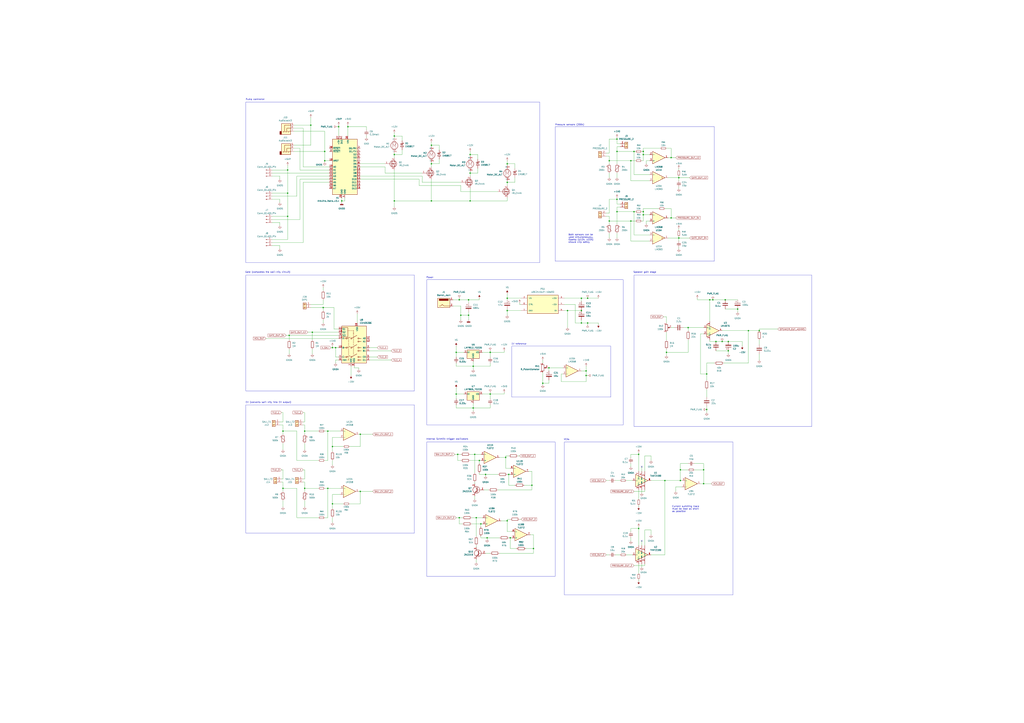
<source format=kicad_sch>
(kicad_sch (version 20250114) (generator "eeschema") (generator_version "9.0")
  (paper "A1")
  (rectangle (start 455.93 104.14) (end 586.74 214.63))
  (rectangle (start 201.93 226.06) (end 340.36 321.31))
  (rectangle (start 420.37 284.48) (end 501.65 326.39))
  (rectangle (start 201.93 83.82) (end 443.23 215.9))
  (rectangle (start 463.55 363.22) (end 601.98 488.95))
  (rectangle (start 350.52 363.22) (end 455.93 473.71))
  (rectangle (start 350.52 229.87) (end 511.81 349.25))
  (rectangle (start 201.93 332.74) (end 340.36 438.15))
  (rectangle (start 520.7 226.06) (end 666.75 350.52))
  (text "Speaker gain stage" (at 529.59 223.774 0) (effects (font (size 1.27 1.27))))
  (text "Internal Schmitt-trigger oscillators\n" (at 367.284 360.934 0) (effects (font (size 1.27 1.27))))
  (text "VCAs" (at 465.328 361.188 0) (effects (font (size 1.27 1.27))))
  (text "1V reference\n" (at 426.212 282.702 0) (effects (font (size 1.27 1.27))))
  (text "Current summing trace \nmust be kept as short \nas possible" (at 551.942 418.338 0) (effects (font (size 1.27 1.27)) (justify left)))
  (text "Gate (completes the sali-nity circuit)\n" (at 219.964 223.774 0) (effects (font (size 1.27 1.27))))
  (text "Pressure sensors (200k)\n" (at 467.868 102.616 0) (effects (font (size 1.27 1.27))))
  (text "Power" (at 353.06 228.092 0) (effects (font (size 1.27 1.27))))
  (text "CV (converts sali-nity into CV output)\n" (at 220.472 330.708 0) (effects (font (size 1.27 1.27))))
  (text "Pump controller\n" (at 209.55 81.788 0) (effects (font (size 1.27 1.27))))
  (text "Both sensors can be \nused simultaneously. \nOpamp (U12A, U22A)\nshould clip safely" (at 466.852 196.088 0) (effects (font (size 1.27 1.27)) (justify left)))
  (junction (at 416.56 149.86))
  (junction (at 377.19 425.45))
  (junction (at 285.75 104.14))
  (junction (at 273.05 414.02))
  (junction (at 520.7 173.99))
  (junction (at 266.7 124.46))
  (junction (at 237.49 275.59))
  (junction (at 386.08 127))
  (junction (at 266.7 132.08))
  (junction (at 445.77 314.96))
  (junction (at 393.7 378.46))
  (junction (at 506.73 124.46))
  (junction (at 580.39 307.34))
  (junction (at 623.57 271.78))
  (junction (at 386.08 165.1))
  (junction (at 402.59 289.56))
  (junction (at 528.32 173.99))
  (junction (at 551.18 179.07))
  (junction (at 415.29 375.92))
  (junction (at 506.73 163.83))
  (junction (at 295.91 403.86))
  (junction (at 518.16 132.08))
  (junction (at 524.51 373.38))
  (junction (at 518.16 181.61))
  (junction (at 558.8 394.97))
  (junction (at 354.33 165.1))
  (junction (at 280.67 165.1))
  (junction (at 389.89 373.38))
  (junction (at 388.62 335.28))
  (junction (at 250.19 401.32))
  (junction (at 557.53 195.58))
  (junction (at 482.6 265.43))
  (junction (at 605.79 254))
  (junction (at 354.33 119.38))
  (junction (at 402.59 323.85))
  (junction (at 416.56 245.11))
  (junction (at 273.05 285.75))
  (junction (at 374.65 289.56))
  (junction (at 588.01 280.67))
  (junction (at 265.43 252.73))
  (junction (at 500.38 181.61))
  (junction (at 481.33 308.61))
  (junction (at 269.24 401.32))
  (junction (at 323.85 165.1))
  (junction (at 417.83 389.89))
  (junction (at 481.33 304.8))
  (junction (at 524.51 434.34))
  (junction (at 236.22 139.7))
  (junction (at 547.37 289.56))
  (junction (at 378.46 259.08))
  (junction (at 582.93 246.38))
  (junction (at 236.22 177.8))
  (junction (at 416.56 427.99))
  (junction (at 482.6 245.11))
  (junction (at 384.81 259.08))
  (junction (at 394.97 430.53))
  (junction (at 295.91 356.87))
  (junction (at 528.32 176.53))
  (junction (at 256.54 273.05))
  (junction (at 595.63 246.38))
  (junction (at 377.19 246.38))
  (junction (at 585.47 246.38))
  (junction (at 528.32 124.46))
  (junction (at 598.17 280.67))
  (junction (at 391.16 425.45))
  (junction (at 551.18 129.54))
  (junction (at 354.33 134.62))
  (junction (at 374.65 323.85))
  (junction (at 236.22 158.75))
  (junction (at 565.15 269.24))
  (junction (at 593.09 280.67))
  (junction (at 384.81 246.38))
  (junction (at 500.38 132.08))
  (junction (at 557.53 146.05))
  (junction (at 598.17 288.29))
  (junction (at 323.85 111.76))
  (junction (at 614.68 271.78))
  (junction (at 255.27 102.87))
  (junction (at 438.15 450.85))
  (junction (at 386.08 142.24))
  (junction (at 520.7 124.46))
  (junction (at 273.05 367.03))
  (junction (at 419.1 441.96))
  (junction (at 580.39 336.55))
  (junction (at 450.85 302.26))
  (junction (at 577.85 386.08))
  (junction (at 388.62 300.99))
  (junction (at 269.24 354.33))
  (junction (at 506.73 114.3))
  (junction (at 506.73 173.99))
  (junction (at 250.19 354.33))
  (junction (at 232.41 401.32))
  (junction (at 477.52 255.27))
  (junction (at 436.88 398.78))
  (junction (at 528.32 127))
  (junction (at 416.56 255.27))
  (junction (at 375.92 373.38))
  (junction (at 275.59 285.75))
  (junction (at 466.09 255.27))
  (junction (at 323.85 127))
  (junction (at 398.78 389.89))
  (junction (at 278.13 104.14))
  (junction (at 577.85 397.51))
  (junction (at 232.41 354.33))
  (junction (at 477.52 265.43))
  (junction (at 416.56 134.62))
  (junction (at 546.1 394.97))
  (junction (at 400.05 441.96))
  (junction (at 558.8 386.08))
  (junction (at 477.52 245.11))
  (no_connect (at 527.05 383.54))
  (no_connect (at 527.05 444.5))
  (wire (pts (xy 344.17 147.32) (xy 344.17 152.4)))
  (wire (pts (xy 582.93 280.67) (xy 588.01 280.67)))
  (wire (pts (xy 558.8 386.08) (xy 558.8 394.97)))
  (wire (pts (xy 280.67 162.56) (xy 280.67 165.1)))
  (wire (pts (xy 393.7 378.46) (xy 393.7 381)))
  (wire (pts (xy 416.56 148.59) (xy 416.56 149.86)))
  (wire (pts (xy 294.64 302.26) (xy 294.64 303.53)))
  (wire (pts (xy 416.56 436.88) (xy 420.37 436.88)))
  (wire (pts (xy 265.43 262.89) (xy 265.43 265.43)))
  (wire (pts (xy 232.41 401.32) (xy 243.84 401.32)))
  (wire (pts (xy 391.16 448.31) (xy 391.16 449.58)))
  (wire (pts (xy 461.01 313.69) (xy 481.33 313.69)))
  (wire (pts (xy 506.73 120.65) (xy 506.73 124.46)))
  (wire (pts (xy 419.1 441.96) (xy 419.1 450.85)))
  (wire (pts (xy 266.7 132.08) (xy 266.7 133.35)))
  (wire (pts (xy 520.7 124.46) (xy 521.97 124.46)))
  (wire (pts (xy 551.18 171.45) (xy 551.18 179.07)))
  (wire (pts (xy 416.56 427.99) (xy 416.56 436.88)))
  (wire (pts (xy 427.99 250.19) (xy 426.72 250.19)))
  (wire (pts (xy 279.4 359.41) (xy 273.05 359.41)))
  (wire (pts (xy 386.08 373.38) (xy 389.89 373.38)))
  (wire (pts (xy 505.46 455.93) (xy 509.27 455.93)))
  (wire (pts (xy 273.05 367.03) (xy 273.05 370.84)))
  (wire (pts (xy 436.88 387.35) (xy 434.34 387.35)))
  (wire (pts (xy 374.65 318.77) (xy 374.65 323.85)))
  (wire (pts (xy 393.7 246.38) (xy 393.7 245.11)))
  (wire (pts (xy 445.77 316.23) (xy 445.77 314.96)))
  (wire (pts (xy 372.11 251.46) (xy 378.46 251.46)))
  (wire (pts (xy 323.85 111.76) (xy 323.85 113.03)))
  (wire (pts (xy 417.83 389.89) (xy 419.1 389.89)))
  (wire (pts (xy 588.01 288.29) (xy 598.17 288.29)))
  (wire (pts (xy 392.43 138.43) (xy 392.43 142.24)))
  (wire (pts (xy 269.24 354.33) (xy 269.24 378.46)))
  (wire (pts (xy 246.38 147.32) (xy 270.51 147.32)))
  (wire (pts (xy 580.39 334.01) (xy 580.39 336.55)))
  (wire (pts (xy 529.59 463.55) (xy 529.59 464.82)))
  (wire (pts (xy 393.7 388.62) (xy 393.7 389.89)))
  (wire (pts (xy 290.83 302.26) (xy 294.64 302.26)))
  (wire (pts (xy 500.38 163.83) (xy 500.38 175.26)))
  (wire (pts (xy 414.02 288.29) (xy 414.02 289.56)))
  (wire (pts (xy 346.71 142.24) (xy 316.23 142.24)))
  (wire (pts (xy 518.16 434.34) (xy 524.51 434.34)))
  (wire (pts (xy 250.19 354.33) (xy 250.19 356.87)))
  (wire (pts (xy 229.87 182.88) (xy 223.52 182.88)))
  (wire (pts (xy 246.38 180.34) (xy 246.38 147.32)))
  (wire (pts (xy 466.09 255.27) (xy 477.52 255.27)))
  (wire (pts (xy 520.7 403.86) (xy 529.59 403.86)))
  (wire (pts (xy 402.59 332.74) (xy 402.59 335.28)))
  (wire (pts (xy 548.64 195.58) (xy 557.53 195.58)))
  (wire (pts (xy 417.83 441.96) (xy 419.1 441.96)))
  (wire (pts (xy 295.91 144.78) (xy 346.71 144.78)))
  (wire (pts (xy 285.75 104.14) (xy 300.99 104.14)))
  (wire (pts (xy 323.85 127) (xy 323.85 129.54)))
  (wire (pts (xy 565.15 386.08) (xy 558.8 386.08)))
  (wire (pts (xy 243.84 425.45) (xy 261.62 425.45)))
  (wire (pts (xy 229.87 204.47) (xy 229.87 201.93)))
  (wire (pts (xy 386.08 127) (xy 392.43 127)))
  (wire (pts (xy 416.56 162.56) (xy 416.56 165.1)))
  (wire (pts (xy 506.73 173.99) (xy 520.7 173.99)))
  (wire (pts (xy 386.08 124.46) (xy 386.08 127)))
  (wire (pts (xy 527.05 383.54) (xy 527.05 387.35)))
  (wire (pts (xy 266.7 124.46) (xy 266.7 132.08)))
  (wire (pts (xy 375.92 378.46) (xy 378.46 378.46)))
  (wire (pts (xy 374.65 289.56) (xy 374.65 293.37)))
  (wire (pts (xy 274.32 270.51) (xy 278.13 270.51)))
  (wire (pts (xy 514.35 455.93) (xy 519.43 455.93)))
  (wire (pts (xy 415.29 375.92) (xy 415.29 384.81)))
  (wire (pts (xy 415.29 384.81) (xy 419.1 384.81)))
  (wire (pts (xy 273.05 284.48) (xy 273.05 285.75)))
  (wire (pts (xy 354.33 119.38) (xy 354.33 120.65)))
  (wire (pts (xy 534.67 394.97) (xy 546.1 394.97)))
  (wire (pts (xy 316.23 142.24) (xy 316.23 137.16)))
  (wire (pts (xy 426.72 426.72) (xy 427.99 426.72)))
  (wire (pts (xy 283.21 165.1) (xy 280.67 165.1)))
  (wire (pts (xy 389.89 407.67) (xy 389.89 410.21)))
  (wire (pts (xy 398.78 389.89) (xy 408.94 389.89)))
  (wire (pts (xy 500.38 114.3) (xy 500.38 125.73)))
  (wire (pts (xy 577.85 381) (xy 577.85 386.08)))
  (wire (pts (xy 360.68 123.19) (xy 360.68 119.38)))
  (wire (pts (xy 528.32 127) (xy 533.4 127)))
  (wire (pts (xy 283.21 162.56) (xy 283.21 165.1)))
  (wire (pts (xy 497.84 177.8) (xy 500.38 177.8)))
  (wire (pts (xy 229.87 201.93) (xy 223.52 201.93)))
  (wire (pts (xy 275.59 285.75) (xy 278.13 285.75)))
  (wire (pts (xy 623.57 279.4) (xy 623.57 283.21)))
  (wire (pts (xy 269.24 401.32) (xy 279.4 401.32)))
  (wire (pts (xy 528.32 124.46) (xy 528.32 127)))
  (wire (pts (xy 514.35 394.97) (xy 519.43 394.97)))
  (wire (pts (xy 248.92 393.7) (xy 250.19 393.7)))
  (wire (pts (xy 393.7 378.46) (xy 394.97 378.46)))
  (wire (pts (xy 232.41 349.25) (xy 232.41 354.33)))
  (wire (pts (xy 223.52 158.75) (xy 236.22 158.75)))
  (wire (pts (xy 388.62 297.18) (xy 388.62 300.99)))
  (wire (pts (xy 243.84 354.33) (xy 243.84 378.46)))
  (wire (pts (xy 377.19 425.45) (xy 377.19 430.53)))
  (wire (pts (xy 372.11 246.38) (xy 377.19 246.38)))
  (wire (pts (xy 518.16 198.12) (xy 533.4 198.12)))
  (wire (pts (xy 250.19 401.32) (xy 250.19 403.86)))
  (wire (pts (xy 273.05 359.41) (xy 273.05 367.03)))
  (wire (pts (xy 394.97 440.69) (xy 394.97 441.96)))
  (wire (pts (xy 270.51 144.78) (xy 243.84 144.78)))
  (wire (pts (xy 431.8 450.85) (xy 438.15 450.85)))
  (wire (pts (xy 500.38 128.27) (xy 497.84 128.27)))
  (wire (pts (xy 506.73 163.83) (xy 506.73 167.64)))
  (wire (pts (xy 273.05 367.03) (xy 281.94 367.03)))
  (wire (pts (xy 255.27 250.19) (xy 265.43 250.19)))
  (wire (pts (xy 293.37 257.81) (xy 293.37 265.43)))
  (wire (pts (xy 414.02 289.56) (xy 402.59 289.56)))
  (wire (pts (xy 557.53 194.31) (xy 557.53 195.58)))
  (wire (pts (xy 256.54 273.05) (xy 278.13 273.05)))
  (wire (pts (xy 379.73 425.45) (xy 377.19 425.45)))
  (wire (pts (xy 400.05 441.96) (xy 410.21 441.96)))
  (wire (pts (xy 273.05 414.02) (xy 273.05 417.83)))
  (wire (pts (xy 243.84 401.32) (xy 243.84 425.45)))
  (wire (pts (xy 593.09 280.67) (xy 598.17 280.67)))
  (wire (pts (xy 378.46 259.08) (xy 384.81 259.08)))
  (wire (pts (xy 236.22 135.89) (xy 236.22 139.7)))
  (wire (pts (xy 303.53 295.91) (xy 321.31 295.91)))
  (wire (pts (xy 378.46 157.48) (xy 408.94 157.48)))
  (wire (pts (xy 565.15 381) (xy 558.8 381)))
  (wire (pts (xy 580.39 298.45) (xy 580.39 307.34)))
  (wire (pts (xy 288.29 300.99) (xy 288.29 308.61)))
  (wire (pts (xy 529.59 402.59) (xy 529.59 403.86)))
  (wire (pts (xy 466.09 255.27) (xy 466.09 269.24)))
  (wire (pts (xy 248.92 137.16) (xy 248.92 105.41)))
  (wire (pts (xy 248.92 199.39) (xy 248.92 149.86)))
  (wire (pts (xy 386.08 154.94) (xy 386.08 165.1)))
  (wire (pts (xy 438.15 450.85) (xy 438.15 454.66)))
  (wire (pts (xy 416.56 149.86) (xy 416.56 152.4)))
  (wire (pts (xy 250.19 411.48) (xy 250.19 416.56)))
  (wire (pts (xy 577.85 386.08) (xy 570.23 386.08)))
  (wire (pts (xy 250.19 339.09) (xy 248.92 339.09)))
  (wire (pts (xy 500.38 128.27) (xy 500.38 132.08)))
  (wire (pts (xy 575.31 307.34) (xy 580.39 307.34)))
  (wire (pts (xy 398.78 389.89) (xy 393.7 389.89)))
  (wire (pts (xy 557.53 146.05) (xy 566.42 146.05)))
  (wire (pts (xy 295.91 356.87) (xy 306.07 356.87)))
  (wire (pts (xy 534.67 435.61) (xy 534.67 439.42)))
  (wire (pts (xy 561.34 269.24) (xy 565.15 269.24)))
  (wire (pts (xy 520.7 124.46) (xy 520.7 143.51)))
  (wire (pts (xy 266.7 401.32) (xy 269.24 401.32)))
  (wire (pts (xy 269.24 401.32) (xy 269.24 425.45)))
  (wire (pts (xy 377.19 430.53) (xy 379.73 430.53)))
  (wire (pts (xy 450.85 314.96) (xy 445.77 314.96)))
  (wire (pts (xy 374.65 323.85) (xy 381 323.85)))
  (wire (pts (xy 266.7 107.95) (xy 266.7 124.46)))
  (wire (pts (xy 391.16 459.74) (xy 391.16 462.28)))
  (wire (pts (xy 323.85 139.7) (xy 323.85 165.1)))
  (wire (pts (xy 278.13 102.87) (xy 278.13 104.14)))
  (wire (pts (xy 273.05 414.02) (xy 281.94 414.02)))
  (wire (pts (xy 330.2 123.19) (xy 330.2 127)))
  (wire (pts (xy 524.51 373.38) (xy 524.51 387.35)))
  (wire (pts (xy 463.55 245.11) (xy 477.52 245.11)))
  (wire (pts (xy 524.51 463.55) (xy 524.51 471.17)))
  (wire (pts (xy 246.38 121.92) (xy 241.3 121.92)))
  (wire (pts (xy 270.51 132.08) (xy 266.7 132.08)))
  (wire (pts (xy 547.37 289.56) (xy 565.15 289.56)))
  (wire (pts (xy 572.77 246.38) (xy 572.77 245.11)))
  (wire (pts (xy 287.02 414.02) (xy 295.91 414.02)))
  (wire (pts (xy 527.05 402.59) (xy 527.05 405.13)))
  (wire (pts (xy 528.32 176.53) (xy 533.4 176.53)))
  (wire (pts (xy 344.17 152.4) (xy 378.46 152.4)))
  (wire (pts (xy 273.05 425.45) (xy 273.05 429.26)))
  (wire (pts (xy 548.64 129.54) (xy 551.18 129.54)))
  (wire (pts (xy 518.16 441.96) (xy 518.16 444.5)))
  (wire (pts (xy 360.68 130.81) (xy 360.68 134.62)))
  (wire (pts (xy 481.33 308.61) (xy 481.33 313.69)))
  (wire (pts (xy 594.36 298.45) (xy 614.68 298.45)))
  (wire (pts (xy 402.59 323.85) (xy 402.59 327.66)))
  (wire (pts (xy 394.97 430.53) (xy 394.97 433.07)))
  (wire (pts (xy 491.49 266.7) (xy 491.49 265.43)))
  (wire (pts (xy 551.18 179.07) (xy 554.99 179.07)))
  (wire (pts (xy 533.4 132.08) (xy 530.86 132.08)))
  (wire (pts (xy 248.92 149.86) (xy 270.51 149.86)))
  (wire (pts (xy 295.91 403.86) (xy 306.07 403.86)))
  (wire (pts (xy 232.41 401.32) (xy 232.41 403.86)))
  (wire (pts (xy 269.24 354.33) (xy 279.4 354.33)))
  (wire (pts (xy 506.73 142.24) (xy 506.73 146.05)))
  (wire (pts (xy 295.91 147.32) (xy 344.17 147.32)))
  (wire (pts (xy 609.6 280.67) (xy 609.6 284.48)))
  (wire (pts (xy 295.91 134.62) (xy 316.23 134.62)))
  (wire (pts (xy 402.59 298.45) (xy 402.59 300.99)))
  (wire (pts (xy 391.16 425.45) (xy 396.24 425.45)))
  (wire (pts (xy 387.35 430.53) (xy 394.97 430.53)))
  (wire (pts (xy 524.51 415.29) (xy 524.51 416.56)))
  (wire (pts (xy 577.85 397.51) (xy 584.2 397.51)))
  (wire (pts (xy 623.57 270.51) (xy 638.81 270.51)))
  (wire (pts (xy 477.52 265.43) (xy 477.52 262.89)))
  (wire (pts (xy 518.16 373.38) (xy 524.51 373.38)))
  (wire (pts (xy 575.31 397.51) (xy 577.85 397.51)))
  (wire (pts (xy 229.87 166.37) (xy 229.87 163.83)))
  (wire (pts (xy 450.85 302.26) (xy 450.85 304.8)))
  (wire (pts (xy 354.33 147.32) (xy 354.33 165.1)))
  (wire (pts (xy 346.71 144.78) (xy 346.71 149.86)))
  (wire (pts (xy 477.52 245.11) (xy 482.6 245.11)))
  (wire (pts (xy 416.56 255.27) (xy 427.99 255.27)))
  (wire (pts (xy 497.84 175.26) (xy 500.38 175.26)))
  (wire (pts (xy 477.52 304.8) (xy 481.33 304.8)))
  (wire (pts (xy 558.8 381) (xy 558.8 386.08)))
  (wire (pts (xy 557.53 153.67) (xy 557.53 154.94)))
  (wire (pts (xy 524.51 476.25) (xy 524.51 477.52)))
  (wire (pts (xy 237.49 287.02) (xy 237.49 290.83)))
  (wire (pts (xy 509.27 167.64) (xy 506.73 167.64)))
  (wire (pts (xy 265.43 236.22) (xy 265.43 238.76)))
  (wire (pts (xy 402.59 322.58) (xy 402.59 323.85)))
  (wire (pts (xy 252.73 273.05) (xy 256.54 273.05)))
  (wire (pts (xy 303.53 285.75) (xy 309.88 285.75)))
  (wire (pts (xy 232.41 339.09) (xy 231.14 339.09)))
  (wire (pts (xy 256.54 273.05) (xy 256.54 279.4)))
  (wire (pts (xy 582.93 279.4) (xy 582.93 280.67)))
  (wire (pts (xy 528.32 173.99) (xy 528.32 176.53)))
  (wire (pts (xy 323.85 165.1) (xy 354.33 165.1)))
  (wire (pts (xy 520.7 193.04) (xy 533.4 193.04)))
  (wire (pts (xy 506.73 113.03) (xy 506.73 114.3)))
  (wire (pts (xy 520.7 173.99) (xy 520.7 193.04)))
  (wire (pts (xy 410.21 454.66) (xy 438.15 454.66)))
  (wire (pts (xy 518.16 132.08) (xy 521.97 132.08)))
  (wire (pts (xy 518.16 381) (xy 518.16 383.54)))
  (wire (pts (xy 323.85 109.22) (xy 323.85 111.76)))
  (wire (pts (xy 223.52 199.39) (xy 248.92 199.39)))
  (wire (pts (xy 509.27 118.11) (xy 506.73 118.11)))
  (wire (pts (xy 374.65 300.99) (xy 388.62 300.99)))
  (wire (pts (xy 450.85 302.26) (xy 462.28 302.26)))
  (wire (pts (xy 426.72 250.19) (xy 426.72 248.92)))
  (wire (pts (xy 527.05 463.55) (xy 527.05 466.09)))
  (wire (pts (xy 391.16 425.45) (xy 391.16 440.69)))
  (wire (pts (xy 384.81 248.92) (xy 384.81 246.38)))
  (wire (pts (xy 547.37 289.56) (xy 547.37 292.1)))
  (wire (pts (xy 557.53 195.58) (xy 557.53 198.12)))
  (wire (pts (xy 287.02 367.03) (xy 295.91 367.03)))
  (wire (pts (xy 481.33 304.8) (xy 481.33 308.61)))
  (wire (pts (xy 528.32 176.53) (xy 528.32 181.61)))
  (wire (pts (xy 275.59 295.91) (xy 275.59 298.45)))
  (wire (pts (xy 386.08 142.24) (xy 392.43 142.24)))
  (wire (pts (xy 354.33 133.35) (xy 354.33 134.62)))
  (wire (pts (xy 402.59 289.56) (xy 396.24 289.56)))
  (wire (pts (xy 229.87 144.78) (xy 223.52 144.78)))
  (wire (pts (xy 506.73 173.99) (xy 506.73 184.15)))
  (wire (pts (xy 373.38 373.38) (xy 375.92 373.38)))
  (wire (pts (xy 582.93 246.38) (xy 585.47 246.38)))
  (wire (pts (xy 518.16 148.59) (xy 518.16 132.08)))
  (wire (pts (xy 243.84 378.46) (xy 261.62 378.46)))
  (wire (pts (xy 529.59 435.61) (xy 529.59 448.31)))
  (wire (pts (xy 243.84 144.78) (xy 243.84 161.29)))
  (wire (pts (xy 234.95 275.59) (xy 237.49 275.59)))
  (wire (pts (xy 232.41 364.49) (xy 232.41 369.57)))
  (wire (pts (xy 414.02 323.85) (xy 402.59 323.85)))
  (wire (pts (xy 402.59 289.56) (xy 402.59 293.37)))
  (wire (pts (xy 389.89 373.38) (xy 389.89 388.62)))
  (wire (pts (xy 276.86 104.14) (xy 278.13 104.14)))
  (wire (pts (xy 378.46 251.46) (xy 378.46 259.08)))
  (wire (pts (xy 236.22 158.75) (xy 236.22 177.8)))
  (wire (pts (xy 223.52 177.8) (xy 236.22 177.8)))
  (wire (pts (xy 438.15 439.42) (xy 438.15 450.85)))
  (wire (pts (xy 389.89 396.24) (xy 389.89 397.51)))
  (wire (pts (xy 506.73 114.3) (xy 506.73 118.11)))
  (wire (pts (xy 241.3 124.46) (xy 266.7 124.46)))
  (wire (pts (xy 586.74 298.45) (xy 580.39 298.45)))
  (wire (pts (xy 323.85 127) (xy 330.2 127)))
  (wire (pts (xy 223.52 161.29) (xy 243.84 161.29)))
  (wire (pts (xy 265.43 250.19) (xy 265.43 246.38)))
  (wire (pts (xy 524.51 372.11) (xy 524.51 373.38)))
  (wire (pts (xy 419.1 441.96) (xy 420.37 441.96)))
  (wire (pts (xy 354.33 134.62) (xy 360.68 134.62)))
  (wire (pts (xy 386.08 378.46) (xy 393.7 378.46)))
  (wire (pts (xy 294.64 403.86) (xy 295.91 403.86)))
  (wire (pts (xy 400.05 441.96) (xy 394.97 441.96)))
  (wire (pts (xy 414.02 322.58) (xy 414.02 323.85)))
  (wire (pts (xy 614.68 271.78) (xy 614.68 298.45)))
  (wire (pts (xy 416.56 134.62) (xy 422.91 134.62)))
  (wire (pts (xy 223.52 180.34) (xy 246.38 180.34)))
  (wire (pts (xy 255.27 102.87) (xy 241.3 102.87)))
  (wire (pts (xy 223.52 196.85) (xy 236.22 196.85)))
  (wire (pts (xy 565.15 269.24) (xy 577.85 269.24)))
  (wire (pts (xy 497.84 394.97) (xy 500.38 394.97)))
  (wire (pts (xy 354.33 119.38) (xy 360.68 119.38)))
  (wire (pts (xy 248.92 349.25) (xy 250.19 349.25)))
  (wire (pts (xy 560.07 400.05) (xy 554.99 400.05)))
  (wire (pts (xy 500.38 132.08) (xy 518.16 132.08)))
  (wire (pts (xy 527.05 173.99) (xy 528.32 173.99)))
  (wire (pts (xy 595.63 246.38) (xy 605.79 246.38)))
  (wire (pts (xy 580.39 307.34) (xy 580.39 312.42)))
  (wire (pts (xy 250.19 386.08) (xy 250.19 393.7)))
  (wire (pts (xy 402.59 300.99) (xy 388.62 300.99)))
  (wire (pts (xy 557.53 144.78) (xy 557.53 146.05)))
  (wire (pts (xy 500.38 132.08) (xy 500.38 134.62)))
  (wire (pts (xy 323.85 111.76) (xy 330.2 111.76)))
  (wire (pts (xy 557.53 195.58) (xy 566.42 195.58)))
  (wire (pts (xy 518.16 375.92) (xy 518.16 373.38)))
  (wire (pts (xy 416.56 134.62) (xy 416.56 135.89)))
  (wire (pts (xy 248.92 137.16) (xy 270.51 137.16)))
  (wire (pts (xy 236.22 139.7) (xy 236.22 158.75)))
  (wire (pts (xy 255.27 119.38) (xy 241.3 119.38)))
  (wire (pts (xy 557.53 187.96) (xy 557.53 189.23)))
  (wire (pts (xy 374.65 335.28) (xy 388.62 335.28)))
  (wire (pts (xy 275.59 293.37) (xy 275.59 285.75)))
  (wire (pts (xy 533.4 181.61) (xy 530.86 181.61)))
  (wire (pts (xy 354.33 116.84) (xy 354.33 119.38)))
  (wire (pts (xy 375.92 373.38) (xy 375.92 378.46)))
  (wire (pts (xy 386.08 140.97) (xy 386.08 142.24)))
  (wire (pts (xy 273.05 285.75) (xy 275.59 285.75)))
  (wire (pts (xy 256.54 287.02) (xy 256.54 290.83)))
  (wire (pts (xy 323.85 125.73) (xy 323.85 127)))
  (wire (pts (xy 232.41 386.08) (xy 231.14 386.08)))
  (wire (pts (xy 388.62 300.99) (xy 388.62 303.53)))
  (wire (pts (xy 558.8 394.97) (xy 560.07 394.97)))
  (wire (pts (xy 481.33 308.61) (xy 482.6 308.61)))
  (wire (pts (xy 279.4 406.4) (xy 273.05 406.4)))
  (wire (pts (xy 463.55 255.27) (xy 466.09 255.27)))
  (wire (pts (xy 445.77 306.07) (xy 445.77 314.96)))
  (wire (pts (xy 388.62 331.47) (xy 388.62 335.28)))
  (wire (pts (xy 482.6 265.43) (xy 477.52 265.43)))
  (wire (pts (xy 585.47 246.38) (xy 595.63 246.38)))
  (wire (pts (xy 223.52 142.24) (xy 270.51 142.24)))
  (wire (pts (xy 509.27 170.18) (xy 506.73 170.18)))
  (wire (pts (xy 547.37 273.05) (xy 547.37 279.4)))
  (wire (pts (xy 411.48 427.99) (xy 416.56 427.99)))
  (wire (pts (xy 384.81 256.54) (xy 384.81 259.08)))
  (wire (pts (xy 237.49 275.59) (xy 278.13 275.59)))
  (wire (pts (xy 378.46 373.38) (xy 375.92 373.38)))
  (wire (pts (xy 232.41 396.24) (xy 232.41 401.32)))
  (wire (pts (xy 422.91 138.43) (xy 422.91 134.62)))
  (wire (pts (xy 416.56 245.11) (xy 416.56 246.38)))
  (wire (pts (xy 232.41 349.25) (xy 229.87 349.25)))
  (wire (pts (xy 546.1 394.97) (xy 546.1 455.93)))
  (wire (pts (xy 241.3 107.95) (xy 266.7 107.95)))
  (wire (pts (xy 386.08 127) (xy 386.08 128.27)))
  (wire (pts (xy 248.92 396.24) (xy 250.19 396.24)))
  (wire (pts (xy 506.73 162.56) (xy 506.73 163.83)))
  (wire (pts (xy 551.18 121.92) (xy 551.18 129.54)))
  (wire (pts (xy 500.38 114.3) (xy 506.73 114.3)))
  (wire (pts (xy 386.08 142.24) (xy 386.08 144.78)))
  (wire (pts (xy 229.87 185.42) (xy 229.87 182.88)))
  (wire (pts (xy 377.19 246.38) (xy 384.81 246.38)))
  (wire (pts (xy 548.64 179.07) (xy 551.18 179.07)))
  (wire (pts (xy 374.65 323.85) (xy 374.65 327.66)))
  (wire (pts (xy 557.53 138.43) (xy 557.53 139.7)))
  (wire (pts (xy 378.46 152.4) (xy 378.46 157.48)))
  (wire (pts (xy 218.44 278.13) (xy 278.13 278.13)))
  (wire (pts (xy 505.46 394.97) (xy 509.27 394.97)))
  (wire (pts (xy 614.68 271.78) (xy 623.57 271.78)))
  (wire (pts (xy 491.49 265.43) (xy 482.6 265.43)))
  (wire (pts (xy 416.56 255.27) (xy 416.56 259.08)))
  (wire (pts (xy 450.85 312.42) (xy 450.85 314.96)))
  (wire (pts (xy 303.53 293.37) (xy 309.88 293.37)))
  (wire (pts (xy 528.32 121.92) (xy 528.32 124.46)))
  (wire (pts (xy 295.91 137.16) (xy 316.23 137.16)))
  (wire (pts (xy 397.51 402.59) (xy 401.32 402.59)))
  (wire (pts (xy 274.32 252.73) (xy 274.32 270.51)))
  (wire (pts (xy 416.56 132.08) (xy 416.56 134.62)))
  (wire (pts (xy 229.87 147.32) (xy 229.87 144.78)))
  (wire (pts (xy 623.57 271.78) (xy 623.57 270.51)))
  (wire (pts (xy 580.39 336.55) (xy 580.39 339.09)))
  (wire (pts (xy 386.08 165.1) (xy 416.56 165.1)))
  (wire (pts (xy 278.13 293.37) (xy 275.59 293.37)))
  (wire (pts (xy 384.81 262.89) (xy 384.81 259.08)))
  (wire (pts (xy 232.41 339.09) (xy 232.41 346.71)))
  (wire (pts (xy 416.56 426.72) (xy 419.1 426.72)))
  (wire (pts (xy 445.77 295.91) (xy 445.77 298.45)))
  (wire (pts (xy 530.86 132.08) (xy 530.86 134.62)))
  (wire (pts (xy 415.29 374.65) (xy 417.83 374.65)))
  (wire (pts (xy 266.7 378.46) (xy 269.24 378.46)))
  (wire (pts (xy 500.38 163.83) (xy 506.73 163.83)))
  (wire (pts (xy 524.51 434.34) (xy 524.51 448.31)))
  (wire (pts (xy 424.18 450.85) (xy 419.1 450.85)))
  (wire (pts (xy 500.38 191.77) (xy 500.38 195.58)))
  (wire (pts (xy 398.78 454.66) (xy 402.59 454.66)))
  (wire (pts (xy 557.53 203.2) (xy 557.53 204.47)))
  (wire (pts (xy 506.73 124.46) (xy 506.73 134.62)))
  (wire (pts (xy 582.93 246.38) (xy 582.93 264.16)))
  (wire (pts (xy 416.56 389.89) (xy 417.83 389.89)))
  (wire (pts (xy 250.19 386.08) (xy 248.92 386.08)))
  (wire (pts (xy 290.83 300.99) (xy 290.83 302.26)))
  (wire (pts (xy 295.91 367.03) (xy 295.91 356.87)))
  (wire (pts (xy 551.18 269.24) (xy 553.72 269.24)))
  (wire (pts (xy 377.19 245.11) (xy 377.19 246.38)))
  (wire (pts (xy 416.56 426.72) (xy 416.56 427.99)))
  (wire (pts (xy 528.32 171.45) (xy 528.32 173.99)))
  (wire (pts (xy 491.49 245.11) (xy 482.6 245.11)))
  (wire (pts (xy 598.17 280.67) (xy 609.6 280.67)))
  (wire (pts (xy 529.59 374.65) (xy 529.59 387.35)))
  (wire (pts (xy 598.17 288.29) (xy 598.17 290.83)))
  (wire (pts (xy 436.88 398.78) (xy 436.88 402.59)))
  (wire (pts (xy 266.7 425.45) (xy 269.24 425.45)))
  (wire (pts (xy 524.51 433.07) (xy 524.51 434.34)))
  (wire (pts (xy 565.15 279.4) (xy 565.15 289.56)))
  (wire (pts (xy 300.99 106.68) (xy 300.99 104.14)))
  (wire (pts (xy 346.71 149.86) (xy 378.46 149.86)))
  (wire (pts (xy 415.29 374.65) (xy 415.29 375.92)))
  (wire (pts (xy 472.44 265.43) (xy 477.52 265.43)))
  (wire (pts (xy 461.01 307.34) (xy 461.01 313.69)))
  (wire (pts (xy 436.88 387.35) (xy 436.88 398.78)))
  (wire (pts (xy 551.18 129.54) (xy 554.99 129.54)))
  (wire (pts (xy 232.41 354.33) (xy 243.84 354.33)))
  (wire (pts (xy 232.41 386.08) (xy 232.41 393.7)))
  (wire (pts (xy 529.59 435.61) (xy 534.67 435.61)))
  (wire (pts (xy 528.32 171.45) (xy 541.02 171.45)))
  (wire (pts (xy 232.41 346.71) (xy 229.87 346.71)))
  (wire (pts (xy 518.16 436.88) (xy 518.16 434.34)))
  (wire (pts (xy 271.78 285.75) (xy 273.05 285.75)))
  (wire (pts (xy 273.05 406.4) (xy 273.05 414.02)))
  (wire (pts (xy 408.94 402.59) (xy 436.88 402.59)))
  (wire (pts (xy 402.59 335.28) (xy 388.62 335.28)))
  (wire (pts (xy 477.52 245.11) (xy 477.52 247.65)))
  (wire (pts (xy 255.27 102.87) (xy 255.27 119.38)))
  (wire (pts (xy 500.38 177.8) (xy 500.38 181.61)))
  (wire (pts (xy 527.05 132.08) (xy 528.32 132.08)))
  (wire (pts (xy 265.43 252.73) (xy 255.27 252.73)))
  (wire (pts (xy 280.67 165.1) (xy 280.67 166.37)))
  (wire (pts (xy 416.56 149.86) (xy 422.91 149.86)))
  (wire (pts (xy 285.75 102.87) (xy 285.75 104.14)))
  (wire (pts (xy 417.83 389.89) (xy 417.83 398.78)))
  (wire (pts (xy 246.38 121.92) (xy 246.38 139.7)))
  (wire (pts (xy 509.27 120.65) (xy 506.73 120.65)))
  (wire (pts (xy 374.65 425.45) (xy 377.19 425.45)))
  (wire (pts (xy 529.59 374.65) (xy 534.67 374.65)))
  (wire (pts (xy 463.55 250.19) (xy 472.44 250.19)))
  (wire (pts (xy 461.01 307.34) (xy 462.28 307.34)))
  (wire (pts (xy 520.7 143.51) (xy 533.4 143.51)))
  (wire (pts (xy 506.73 191.77) (xy 506.73 195.58)))
  (wire (pts (xy 266.7 354.33) (xy 269.24 354.33)))
  (wire (pts (xy 248.92 346.71) (xy 250.19 346.71)))
  (wire (pts (xy 223.52 163.83) (xy 229.87 163.83)))
  (wire (pts (xy 547.37 260.35) (xy 547.37 265.43)))
  (wire (pts (xy 400.05 443.23) (xy 400.05 441.96)))
  (wire (pts (xy 520.7 464.82) (xy 529.59 464.82)))
  (wire (pts (xy 518.16 181.61) (xy 521.97 181.61)))
  (wire (pts (xy 548.64 146.05) (xy 557.53 146.05)))
  (wire (pts (xy 402.59 323.85) (xy 396.24 323.85)))
  (wire (pts (xy 246.38 139.7) (xy 270.51 139.7)))
  (wire (pts (xy 392.43 130.81) (xy 392.43 127)))
  (wire (pts (xy 250.19 349.25) (xy 250.19 354.33)))
  (wire (pts (xy 481.33 300.99) (xy 481.33 304.8)))
  (wire (pts (xy 250.19 396.24) (xy 250.19 401.32)))
  (wire (pts (xy 231.14 393.7) (xy 232.41 393.7)))
  (wire (pts (xy 534.67 455.93) (xy 546.1 455.93)))
  (wire (pts (xy 554.99 400.05) (xy 554.99 403.86)))
  (wire (pts (xy 374.65 284.48) (xy 374.65 289.56)))
  (wire (pts (xy 472.44 250.19) (xy 472.44 265.43)))
  (wire (pts (xy 593.09 271.78) (xy 614.68 271.78)))
  (wire (pts (xy 449.58 302.26) (xy 450.85 302.26)))
  (wire (pts (xy 546.1 394.97) (xy 558.8 394.97)))
  (wire (pts (xy 547.37 287.02) (xy 547.37 289.56)))
  (wire (pts (xy 524.51 402.59) (xy 524.51 410.21)))
  (wire (pts (xy 255.27 96.52) (xy 255.27 102.87)))
  (wire (pts (xy 547.37 121.92) (xy 551.18 121.92)))
  (wire (pts (xy 595.63 254) (xy 605.79 254)))
  (wire (pts (xy 410.21 375.92) (xy 415.29 375.92)))
  (wire (pts (xy 323.85 165.1) (xy 323.85 170.18)))
  (wire (pts (xy 250.19 401.32) (xy 261.62 401.32)))
  (wire (pts (xy 570.23 381) (xy 577.85 381)))
  (wire (pts (xy 394.97 430.53) (xy 396.24 430.53)))
  (wire (pts (xy 605.79 254) (xy 605.79 256.54)))
  (wire (pts (xy 422.91 146.05) (xy 422.91 149.86)))
  (wire (pts (xy 384.81 246.38) (xy 393.7 246.38)))
  (wire (pts (xy 278.13 295.91) (xy 275.59 295.91)))
  (wire (pts (xy 527.05 444.5) (xy 527.05 448.31)))
  (wire (pts (xy 232.41 411.48) (xy 232.41 416.56)))
  (wire (pts (xy 378.46 259.08) (xy 378.46 262.89)))
  (wire (pts (xy 389.89 373.38) (xy 394.97 373.38)))
  (wire (pts (xy 500.38 181.61) (xy 500.38 184.15)))
  (wire (pts (xy 528.32 127) (xy 528.32 132.08)))
  (wire (pts (xy 354.33 165.1) (xy 386.08 165.1)))
  (wire (pts (xy 250.19 339.09) (xy 250.19 346.71)))
  (wire (pts (xy 572.77 246.38) (xy 582.93 246.38)))
  (wire (pts (xy 402.59 288.29) (xy 402.59 289.56)))
  (wire (pts (xy 425.45 374.65) (xy 426.72 374.65)))
  (wire (pts (xy 527.05 181.61) (xy 528.32 181.61)))
  (wire (pts (xy 482.6 266.7) (xy 482.6 265.43)))
  (wire (pts (xy 250.19 354.33) (xy 261.62 354.33)))
  (wire (pts (xy 500.38 142.24) (xy 500.38 146.05)))
  (wire (pts (xy 416.56 241.3) (xy 416.56 245.11)))
  (wire (pts (xy 416.56 245.11) (xy 427.99 245.11)))
  (wire (pts (xy 374.65 332.74) (xy 374.65 335.28)))
  (wire (pts (xy 528.32 121.92) (xy 542.29 121.92)))
  (wire (pts (xy 546.1 171.45) (xy 551.18 171.45)))
  (wire (pts (xy 575.31 274.32) (xy 575.31 307.34)))
  (wire (pts (xy 285.75 104.14) (xy 285.75 111.76)))
  (wire (pts (xy 530.86 181.61) (xy 530.86 184.15)))
  (wire (pts (xy 565.15 269.24) (xy 565.15 271.78)))
  (wire (pts (xy 416.56 254) (xy 416.56 255.27)))
  (wire (pts (xy 623.57 290.83) (xy 623.57 295.91)))
  (wire (pts (xy 557.53 146.05) (xy 557.53 148.59)))
  (wire (pts (xy 294.64 356.87) (xy 295.91 356.87)))
  (wire (pts (xy 580.39 320.04) (xy 580.39 326.39)))
  (wire (pts (xy 518.16 148.59) (xy 533.4 148.59)))
  (wire (pts (xy 232.41 354.33) (xy 232.41 356.87)))
  (wire (pts (xy 577.85 274.32) (xy 575.31 274.32)))
  (wire (pts (xy 273.05 378.46) (xy 273.05 382.27)))
  (wire (pts (xy 250.19 364.49) (xy 250.19 369.57)))
  (wire (pts (xy 354.33 134.62) (xy 354.33 137.16)))
  (wire (pts (xy 506.73 124.46) (xy 520.7 124.46)))
  (wire (pts (xy 500.38 125.73) (xy 497.84 125.73)))
  (wire (pts (xy 231.14 396.24) (xy 232.41 396.24)))
  (wire (pts (xy 265.43 252.73) (xy 265.43 255.27)))
  (wire (pts (xy 520.7 173.99) (xy 521.97 173.99)))
  (wire (pts (xy 237.49 275.59) (xy 237.49 279.4)))
  (wire (pts (xy 534.67 374.65) (xy 534.67 378.46)))
  (wire (pts (xy 248.92 105.41) (xy 241.3 105.41)))
  (wire (pts (xy 295.91 414.02) (xy 295.91 403.86)))
  (wire (pts (xy 438.15 439.42) (xy 435.61 439.42)))
  (wire (pts (xy 544.83 260.35) (xy 547.37 260.35)))
  (wire (pts (xy 500.38 181.61) (xy 518.16 181.61)))
  (wire (pts (xy 497.84 455.93) (xy 500.38 455.93)))
  (wire (pts (xy 387.35 425.45) (xy 391.16 425.45)))
  (wire (pts (xy 374.65 289.56) (xy 381 289.56)))
  (wire (pts (xy 422.91 398.78) (xy 417.83 398.78)))
  (wire (pts (xy 398.78 391.16) (xy 398.78 389.89)))
  (wire (pts (xy 300.99 111.76) (xy 300.99 113.03)))
  (wire (pts (xy 518.16 198.12) (xy 518.16 181.61)))
  (wire (pts (xy 506.73 170.18) (xy 506.73 173.99)))
  (wire (pts (xy 223.52 139.7) (xy 236.22 139.7)))
  (wire (pts (xy 236.22 177.8) (xy 236.22 196.85)))
  (wire (pts (xy 265.43 252.73) (xy 274.32 252.73)))
  (wire (pts (xy 527.05 124.46) (xy 528.32 124.46)))
  (wire (pts (xy 588.01 280.67) (xy 593.09 280.67)))
  (wire (pts (xy 278.13 104.14) (xy 278.13 111.76)))
  (wire (pts (xy 303.53 288.29) (xy 321.31 288.29)))
  (wire (pts (xy 330.2 115.57) (xy 330.2 111.76)))
  (wire (pts (xy 388.62 335.28) (xy 388.62 337.82)))
  (wire (pts (xy 374.65 298.45) (xy 374.65 300.99)))
  (wire (pts (xy 577.85 397.51) (xy 577.85 386.08)))
  (wire (pts (xy 430.53 398.78) (xy 436.88 398.78)))
  (global_label "TILE_3" (shape input) (at 309.88 293.37 0) (property "Intersheetrefs" "${INTERSHEET_REFS}" (effects (hide yes))))
  (global_label "VCO_OUT_2" (shape input) (at 497.84 455.93 180) (property "Intersheetrefs" "${INTERSHEET_REFS}" (effects (hide yes))))
  (global_label "VCA_OUT" (shape input) (at 544.83 260.35 180) (property "Intersheetrefs" "${INTERSHEET_REFS}" (effects (hide yes))))
  (global_label "TILE_4" (shape input) (at 321.31 295.91 0) (property "Intersheetrefs" "${INTERSHEET_REFS}" (effects (hide yes))))
  (global_label "PRESSURE_OUT_1" (shape input) (at 520.7 403.86 180) (property "Intersheetrefs" "${INTERSHEET_REFS}" (effects (hide yes))))
  (global_label "TILE_1" (shape input) (at 231.14 339.09 180) (property "Intersheetrefs" "${INTERSHEET_REFS}" (effects (hide yes))))
  (global_label "VCA_OUT" (shape input) (at 218.44 278.13 180) (property "Intersheetrefs" "${INTERSHEET_REFS}" (effects (hide yes))))
  (global_label "TILE_2" (shape input) (at 248.92 339.09 180) (property "Intersheetrefs" "${INTERSHEET_REFS}" (effects (hide yes))))
  (global_label "VCO_OUT_2" (shape input) (at 427.99 426.72 0) (property "Intersheetrefs" "${INTERSHEET_REFS}" (effects (hide yes))))
  (global_label "VCO_OUT_1" (shape input) (at 426.72 374.65 0) (property "Intersheetrefs" "${INTERSHEET_REFS}" (effects (hide yes))))
  (global_label "TILE_2" (shape input) (at 321.31 288.29 0) (property "Intersheetrefs" "${INTERSHEET_REFS}" (effects (hide yes))))
  (global_label "GATE_OUT_34" (shape input) (at 566.42 195.58 0) (property "Intersheetrefs" "${INTERSHEET_REFS}" (effects (hide yes))))
  (global_label "GATE_OUT_12" (shape input) (at 566.42 146.05 0) (property "Intersheetrefs" "${INTERSHEET_REFS}" (effects (hide yes))))
  (global_label "SALI_CV_OUT_1" (shape input) (at 306.07 356.87 0) (property "Intersheetrefs" "${INTERSHEET_REFS}" (effects (hide yes))))
  (global_label "SALI_CV_OUT_2" (shape input) (at 374.65 425.45 180) (property "Intersheetrefs" "${INTERSHEET_REFS}" (effects (hide yes))))
  (global_label "SALI_CV_OUT_1" (shape input) (at 373.38 373.38 180) (property "Intersheetrefs" "${INTERSHEET_REFS}" (effects (hide yes))))
  (global_label "PRESSURE_OUT_2" (shape input) (at 520.7 464.82 180) (property "Intersheetrefs" "${INTERSHEET_REFS}" (effects (hide yes))))
  (global_label "SPEAKER_OUT_4OHMS" (shape input) (at 638.81 270.51 0) (property "Intersheetrefs" "${INTERSHEET_REFS}" (effects (hide yes))))
  (global_label "VCA_OUT" (shape input) (at 584.2 397.51 0) (property "Intersheetrefs" "${INTERSHEET_REFS}" (effects (hide yes))))
  (global_label "TILE_4" (shape input) (at 248.92 386.08 180) (property "Intersheetrefs" "${INTERSHEET_REFS}" (effects (hide yes))))
  (global_label "GATE_OUT_12" (shape input) (at 252.73 273.05 180) (property "Intersheetrefs" "${INTERSHEET_REFS}" (effects (hide yes))))
  (global_label "TILE_1" (shape input) (at 309.88 285.75 0) (property "Intersheetrefs" "${INTERSHEET_REFS}" (effects (hide yes))))
  (global_label "SALI_CV_OUT_2" (shape input) (at 306.07 403.86 0) (property "Intersheetrefs" "${INTERSHEET_REFS}" (effects (hide yes))))
  (global_label "VCO_OUT_1" (shape input) (at 497.84 394.97 180) (property "Intersheetrefs" "${INTERSHEET_REFS}" (effects (hide yes))))
  (global_label "GATE_OUT_34" (shape input) (at 234.95 275.59 180) (property "Intersheetrefs" "${INTERSHEET_REFS}" (effects (hide yes))))
  (global_label "V_SALI" (shape input) (at 271.78 285.75 180) (property "Intersheetrefs" "${INTERSHEET_REFS}" (effects (hide yes))))
  (global_label "TILE_3" (shape input) (at 231.14 386.08 180) (property "Intersheetrefs" "${INTERSHEET_REFS}" (effects (hide yes))))
  (global_label "PRESSURE_OUT_12" (shape input) (at 554.99 129.54 0) (property "Intersheetrefs" "${INTERSHEET_REFS}" (effects (hide yes))))
  (global_label "PRESSURE_OUT_34" (shape input) (at 554.99 179.07 0) (property "Intersheetrefs" "${INTERSHEET_REFS}" (effects (hide yes))))
  (symbol (lib_id "power:PWR_FLAG") (at 482.6 308.61 270) (unit 1)
    (property "Reference" "#FLG09" (effects (hide yes)))
    (property "Value" "PWR_FLAG" (at 486.41 308.6099 90) (effects (justify left)))
    (property "Description" "Special symbol for telling ERC where power comes from" (effects (hide yes)))
  )
  (symbol (lib_id "Device:R_Small") (at 524.51 473.71 0) (unit 1)
    (property "Reference" "R32" (at 521.97 472.4399 0) (effects (font (size 1.016 1.016)) (justify right)))
    (property "Value" "5.1k" (at 521.97 474.9799 0) (effects (justify right)))
    (property "Description" "Resistor, small symbol" (effects (hide yes)))
  )
  (symbol (lib_id "power:+5VA") (at 557.53 187.96 0) (unit 1)
    (property "Reference" "#PWR074" (effects (hide yes)))
    (property "Value" "+5VA" (at 557.53 183.896 0))
    (property "Description" "Power symbol creates a global label with name \"+5VA\"" (effects (hide yes)))
  )
  (symbol (lib_id "power:GNDS") (at 388.62 337.82 0) (unit 1)
    (property "Reference" "#PWR011" (effects (hide yes)))
    (property "Value" "GNDS" (at 388.62 342.9 0))
    (property "Description" "Power symbol creates a global label with name \"GNDS\" , signal ground" (effects (hide yes)))
  )
  (symbol (lib_id "power:GNDD") (at 384.81 262.89 0) (unit 1)
    (property "Reference" "#PWR038" (effects (hide yes)))
    (property "Value" "GNDD" (at 384.81 267.97 0))
    (property "Description" "Power symbol creates a global label with name \"GNDD\" , digital ground" (effects (hide yes)))
  )
  (symbol (lib_id "power:GNDA") (at 530.86 184.15 0) (unit 1)
    (property "Reference" "#PWR055" (effects (hide yes)))
    (property "Value" "GNDA" (at 530.86 189.23 0))
    (property "Description" "Power symbol creates a global label with name \"GNDA\" , analog ground" (effects (hide yes)))
  )
  (symbol (lib_id "power:+5VA") (at 445.77 295.91 0) (unit 1)
    (property "Reference" "#PWR058" (effects (hide yes)))
    (property "Value" "+5VA" (at 445.77 290.83 0))
    (property "Description" "Power symbol creates a global label with name \"+5VA\"" (effects (hide yes)))
  )
  (symbol (lib_id "power:-15V") (at 288.29 308.61 180) (unit 1)
    (property "Reference" "#PWR020" (effects (hide yes)))
    (property "Value" "-15V" (at 288.29 313.69 0))
    (property "Description" "Power symbol creates a global label with name \"-15V\"" (effects (hide yes)))
  )
  (symbol (lib_id "Diode:1N5817") (at 360.68 127 270) (unit 1)
    (property "Reference" "D2" (at 363.22 125.4124 90) (effects (justify left)))
    (property "Value" "1N5817" (at 363.22 127.9524 90) (effects (justify left)))
    (property "Footprint" "Diode_THT:D_DO-41_SOD81_P10.16mm_Horizontal" (effects (hide yes)))
    (property "Datasheet" "http://www.vishay.com/docs/88525/1n5817.pdf" (effects (hide yes)))
    (property "Description" "20V 1A Schottky Barrier Rectifier Diode, DO-41" (effects (hide yes)))
  )
  (symbol (lib_id "power:PWR_FLAG") (at 276.86 104.14 90) (unit 1)
    (property "Reference" "#FLG05" (effects (hide yes)))
    (property "Value" "PWR_FLAG" (at 273.05 104.1399 90) (effects (justify left)))
    (property "Description" "Special symbol for telling ERC where power comes from" (effects (hide yes)))
  )
  (symbol (lib_id "Device:R") (at 256.54 283.21 0) (unit 1)
    (property "Reference" "R1" (at 259.08 281.9399 0) (effects (justify left)))
    (property "Value" "1M" (at 259.08 284.4799 0) (effects (justify left)))
    (property "Description" "Resistor" (effects (hide yes)))
  )
  (symbol (lib_id "Device:R_Trim") (at 500.38 187.96 0) (mirror y) (unit 1)
    (property "Reference" "R5" (at 496.57 186.6899 0) (effects (justify left)))
    (property "Value" "200k" (at 496.57 189.2299 0) (effects (justify left)))
    (property "Description" "Trimmable resistor (preset resistor)" (effects (hide yes)))
  )
  (symbol (lib_id "power:GNDD") (at 280.67 166.37 0) (unit 1)
    (property "Reference" "#PWR039" (effects (hide yes)))
    (property "Value" "GNDD" (at 280.67 171.45 0))
    (property "Description" "Power symbol creates a global label with name \"GNDD\" , digital ground" (effects (hide yes)))
  )
  (symbol (lib_id "power:+5VP") (at 255.27 96.52 0) (unit 1)
    (property "Reference" "#PWR046" (effects (hide yes)))
    (property "Value" "+5VP" (at 255.27 91.44 0))
    (property "Description" "Power symbol creates a global label with name \"+5VP\"" (effects (hide yes)))
  )
  (symbol (lib_id "power:+5VP") (at 236.22 135.89 0) (unit 1)
    (property "Reference" "#PWR044" (effects (hide yes)))
    (property "Value" "+5VP" (at 236.22 130.81 0))
    (property "Description" "Power symbol creates a global label with name \"+5VP\"" (effects (hide yes)))
  )
  (symbol (lib_id "power:GNDA") (at 237.49 290.83 0) (unit 1)
    (property "Reference" "#PWR082" (effects (hide yes)))
    (property "Value" "GNDA" (at 237.49 295.91 0))
    (property "Description" "Power symbol creates a global label with name \"GNDA\" , analog ground" (effects (hide yes)))
  )
  (symbol (lib_id "Amplifier_Operational:LM358") (at 469.9 304.8 0) (unit 1)
    (property "Reference" "U15" (at 469.9 294.64 0))
    (property "Value" "LM358" (at 469.9 297.18 0))
    (property "Datasheet" "http://www.ti.com/lit/ds/symlink/lm2904-n.pdf" (effects (hide yes)))
    (property "Description" "Low-Power, Dual Operational Amplifiers, DIP-8/SOIC-8/TO-99-8" (effects (hide yes)))
  )
  (symbol (lib_id "Comparator:LM393") (at 541.02 146.05 0) (unit 1)
    (property "Reference" "U20" (at 541.02 152.908 0))
    (property "Value" "LM393" (at 541.02 155.448 0))
    (property "Datasheet" "http://www.ti.com/lit/ds/symlink/lm393.pdf" (effects (hide yes)))
    (property "Description" "Low-Power, Low-Offset Voltage, Dual Comparators, DIP-8/SOIC-8/TO-99-8" (effects (hide yes)))
  )
  (symbol (lib_id "power:+12V") (at 416.56 132.08 0) (unit 1)
    (property "Reference" "#PWR047" (effects (hide yes)))
    (property "Value" "+12V" (at 416.56 127 0))
    (property "Description" "Power symbol creates a global label with name \"+12V\"" (effects (hide yes)))
  )
  (symbol (lib_id "Device:R_Potentiometer") (at 547.37 269.24 0) (unit 1)
    (property "Reference" "RV2" (at 544.83 267.9699 0) (effects (justify right)))
    (property "Value" "100k" (at 544.83 270.5099 0) (effects (justify right)))
    (property "Footprint" "Potentiometer_THT:Potentiometer_Bourns_PTV09A-1_Single_Vertical" (effects (hide yes)))
    (property "Description" "Potentiometer" (effects (hide yes)))
  )
  (symbol (lib_id "power:GNDA") (at 530.86 134.62 0) (unit 1)
    (property "Reference" "#PWR054" (effects (hide yes)))
    (property "Value" "GNDA" (at 530.86 139.7 0))
    (property "Description" "Power symbol creates a global label with name \"GNDA\" , analog ground" (effects (hide yes)))
  )
  (symbol (lib_id "Device:R_Trim") (at 250.19 360.68 0) (unit 1)
    (property "Reference" "R8" (at 254 359.4099 0) (effects (justify left)))
    (property "Value" "500k" (at 254 361.9499 0) (effects (justify left)))
    (property "Description" "Trimmable resistor (preset resistor)" (effects (hide yes)))
  )
  (symbol (lib_id "Device:R") (at 382.27 373.38 270) (mirror x) (unit 1)
    (property "Reference" "R34" (at 382.27 367.03 90))
    (property "Value" "100k" (at 382.27 369.57 90))
    (property "Description" "Resistor" (effects (hide yes)))
  )
  (symbol (lib_id "power:GNDA") (at 400.05 443.23 0) (unit 1)
    (property "Reference" "#PWR076" (effects (hide yes)))
    (property "Value" "GNDA" (at 400.05 448.31 0))
    (property "Description" "Power symbol creates a global label with name \"GNDA\" , analog ground" (effects (hide yes)))
  )
  (symbol (lib_id "power:GNDA") (at 623.57 295.91 0) (unit 1)
    (property "Reference" "#PWR06" (effects (hide yes)))
    (property "Value" "GNDA" (at 623.57 300.99 0))
    (property "Description" "Power symbol creates a global label with name \"GNDA\" , analog ground" (effects (hide yes)))
  )
  (symbol (lib_id "Amplifier_Operational:TL072") (at 567.69 397.51 0) (unit 1)
    (property "Reference" "U9" (at 567.69 403.606 0))
    (property "Value" "TL072" (at 567.69 406.146 0))
    (property "Datasheet" "http://www.ti.com/lit/ds/symlink/tl071.pdf" (effects (hide yes)))
    (property "Description" "Dual Low-Noise JFET-Input Operational Amplifiers, DIP-8/SOIC-8" (effects (hide yes)))
  )
  (symbol (lib_id "Device:R") (at 265.43 242.57 0) (unit 1)
    (property "Reference" "R11" (at 267.97 241.2999 0) (effects (justify left)))
    (property "Value" "10k" (at 267.97 243.8399 0) (effects (justify left)))
    (property "Description" "Resistor" (effects (hide yes)))
  )
  (symbol (lib_id "power:GNDA") (at 557.53 154.94 0) (unit 1)
    (property "Reference" "#PWR069" (effects (hide yes)))
    (property "Value" "GNDA" (at 557.53 160.02 0))
    (property "Description" "Power symbol creates a global label with name \"GNDA\" , analog ground" (effects (hide yes)))
  )
  (symbol (lib_id "Device:R_Small") (at 264.16 354.33 90) (unit 1)
    (property "Reference" "R27" (at 264.16 349.25 90) (effects (font (size 1.016 1.016))))
    (property "Value" "100k" (at 264.16 351.79 90))
    (property "Description" "Resistor, small symbol" (effects (hide yes)))
  )
  (symbol (lib_id "power:+5VD") (at 426.72 248.92 0) (unit 1)
    (property "Reference" "#PWR068" (effects (hide yes)))
    (property "Value" "+5VD" (at 422.656 247.65 0))
    (property "Description" "Power symbol creates a global label with name \"+5VD\"" (effects (hide yes)))
  )
  (symbol (lib_id "power:GNDA") (at 256.54 290.83 0) (unit 1)
    (property "Reference" "#PWR081" (effects (hide yes)))
    (property "Value" "GNDA" (at 256.54 295.91 0))
    (property "Description" "Power symbol creates a global label with name \"GNDA\" , analog ground" (effects (hide yes)))
  )
  (symbol (lib_id "Device:R_Trim") (at 232.41 407.67 0) (mirror y) (unit 1)
    (property "Reference" "R9" (at 228.6 406.3999 0) (effects (justify left)))
    (property "Value" "500k" (at 228.6 408.9399 0) (effects (justify left)))
    (property "Description" "Trimmable resistor (preset resistor)" (effects (hide yes)))
  )
  (symbol (lib_id "Device:C_Polarized") (at 450.85 308.61 0) (unit 1)
    (property "Reference" "C21" (at 454.66 306.4509 0) (effects (justify left)))
    (property "Value" "10u" (at 454.66 308.9909 0) (effects (justify left)))
    (property "Description" "Polarized capacitor" (effects (hide yes)))
  )
  (symbol (lib_id "power:GNDS") (at 229.87 204.47 0) (unit 1)
    (property "Reference" "#PWR050" (effects (hide yes)))
    (property "Value" "GNDS" (at 229.87 209.55 0))
    (property "Description" "Power symbol creates a global label with name \"GNDS\" , signal ground" (effects (hide yes)))
  )
  (symbol (lib_id "power:GNDA") (at 534.67 439.42 0) (unit 1)
    (property "Reference" "#PWR065" (effects (hide yes)))
    (property "Value" "GNDA" (at 534.67 444.5 0))
    (property "Description" "Power symbol creates a global label with name \"GNDA\" , analog ground" (effects (hide yes)))
  )
  (symbol (lib_id "power:+15V") (at 572.77 245.11 0) (unit 1)
    (property "Reference" "#PWR010" (effects (hide yes)))
    (property "Value" "+15V" (at 572.77 240.03 0))
    (property "Description" "Power symbol creates a global label with name \"+15V\"" (effects (hide yes)))
  )
  (symbol (lib_id "Connector:Screw_Terminal_01x02") (at 224.79 346.71 0) (mirror y) (unit 1)
    (property "Reference" "J12" (at 218.948 349.25 0))
    (property "Value" "SALI_T1" (at 218.948 346.71 0))
    (property "Description" "Generic screw terminal, single row, 01x02, script generated (kicad-library-utils/schlib/autogen/connector/)" (effects (hide yes)))
  )
  (symbol (lib_id "power:+15V") (at 524.51 372.11 0) (unit 1)
    (property "Reference" "#PWR017" (effects (hide yes)))
    (property "Value" "+15V" (at 524.51 367.03 0))
    (property "Description" "Power symbol creates a global label with name \"+15V\"" (effects (hide yes)))
  )
  (symbol (lib_id "Device:R") (at 565.15 275.59 180) (unit 1)
    (property "Reference" "R16" (at 567.69 274.3199 0) (effects (justify right)))
    (property "Value" "22k" (at 567.69 276.8599 0) (effects (justify right)))
    (property "Footprint" "Resistor_SMD:R_0603_1608Metric" (effects (hide yes)))
    (property "Description" "Resistor" (effects (hide yes)))
  )
  (symbol (lib_id "Connector:Conn_01x03_Pin") (at 218.44 180.34 0) (unit 1)
    (property "Reference" "J7" (at 219.075 172.72 0))
    (property "Value" "Conn_01x03_Pin" (at 219.075 175.26 0))
    (property "Description" "Generic connector, single row, 01x03, script generated" (effects (hide yes)))
  )
  (symbol (lib_id "power:GNDA") (at 554.99 403.86 0) (unit 1)
    (property "Reference" "#PWR067" (effects (hide yes)))
    (property "Value" "GNDA" (at 554.99 408.94 0))
    (property "Description" "Power symbol creates a global label with name \"GNDA\" , analog ground" (effects (hide yes)))
  )
  (symbol (lib_id "Connector:Screw_Terminal_01x02") (at 250.19 250.19 0) (mirror y) (unit 1)
    (property "Reference" "J16" (at 250.19 243.84 0))
    (property "Value" "DIP1" (at 250.19 246.38 0))
    (property "Description" "Generic screw terminal, single row, 01x02, script generated (kicad-library-utils/schlib/autogen/connector/)" (effects (hide yes)))
  )
  (symbol (lib_id "power:GNDA") (at 275.59 298.45 0) (unit 1)
    (property "Reference" "#PWR077" (effects (hide yes)))
    (property "Value" "GNDA" (at 275.59 303.53 0))
    (property "Description" "Power symbol creates a global label with name \"GNDA\" , analog ground" (effects (hide yes)))
  )
  (symbol (lib_id "power:PWR_FLAG") (at 402.59 288.29 0) (unit 1)
    (property "Reference" "#FLG01" (effects (hide yes)))
    (property "Value" "PWR_FLAG" (at 402.59 283.21 0))
    (property "Description" "Special symbol for telling ERC where power comes from" (effects (hide yes)))
  )
  (symbol (lib_id "Transistor_FET:IRLZ44N") (at 414.02 157.48 0) (unit 1)
    (property "Reference" "Q4" (at 420.37 156.2099 0) (effects (justify left)))
    (property "Value" "IRLZ44N" (at 420.37 158.7499 0) (effects (justify left)))
    (property "Footprint" "Package_TO_SOT_THT:TO-220-3_Vertical" (effects (hide yes)))
    (property "Datasheet" "http://www.irf.com/product-info/datasheets/data/irlz44n.pdf" (effects (hide yes)))
    (property "Description" "47A Id, 55V Vds, 22mOhm Rds Single N-Channel HEXFET Power MOSFET, TO-220AB" (effects (hide yes)))
  )
  (symbol (lib_id "Motor:Motor_DC_ALT") (at 354.33 125.73 0) (mirror y) (unit 1)
    (property "Reference" "M2" (at 350.52 125.7299 0) (effects (justify left)))
    (property "Value" "Motor_DC_ALT" (at 350.52 128.2699 0) (effects (justify left)))
    (property "Description" "DC Motor, alternative symbol" (effects (hide yes)))
  )
  (symbol (lib_id "Amplifier_Audio:LM1875") (at 585.47 271.78 0) (unit 1)
    (property "Reference" "U3" (at 595.63 265.3598 0))
    (property "Value" "LM1875" (at 595.63 267.8998 0))
    (property "Footprint" "Package_TO_SOT_THT:TO-220-5_P3.4x3.7mm_StaggerOdd_Lead3.8mm_Vertical" (effects (hide yes)))
    (property "Datasheet" "http://www.ti.com/lit/ds/symlink/lm1875.pdf" (effects (hide yes)))
    (property "Description" "20W Audio Power Amplifier, TO-220-5" (effects (hide yes)))
  )
  (symbol (lib_id "power:GNDA") (at 250.19 416.56 0) (unit 1)
    (property "Reference" "#PWR088" (effects (hide yes)))
    (property "Value" "GNDA" (at 250.19 421.64 0))
    (property "Description" "Power symbol creates a global label with name \"GNDA\" , analog ground" (effects (hide yes)))
  )
  (symbol (lib_id "Device:C_Polarized") (at 477.52 259.08 0) (unit 1)
    (property "Reference" "C14" (at 481.33 256.9209 0) (effects (justify left)))
    (property "Value" "10u" (at 481.33 259.4609 0) (effects (justify left)))
    (property "Description" "Polarized capacitor" (effects (hide yes)))
  )
  (symbol (lib_id "Motor:Motor_DC_ALT") (at 386.08 133.35 0) (mirror y) (unit 1)
    (property "Reference" "M3" (at 382.27 133.3499 0) (effects (justify left)))
    (property "Value" "Motor_DC_ALT" (at 382.27 135.8899 0) (effects (justify left)))
    (property "Description" "DC Motor, alternative symbol" (effects (hide yes)))
  )
  (symbol (lib_id "Amplifier_Operational:LM358") (at 541.02 179.07 0) (mirror x) (unit 1)
    (property "Reference" "U16" (at 541.02 189.23 0))
    (property "Value" "LM358" (at 541.02 186.69 0))
    (property "Datasheet" "http://www.ti.com/lit/ds/symlink/lm2904-n.pdf" (effects (hide yes)))
    (property "Description" "Low-Power, Dual Operational Amplifiers, DIP-8/SOIC-8/TO-99-8" (effects (hide yes)))
  )
  (symbol (lib_id "Device:R_Trim") (at 506.73 187.96 0) (unit 1)
    (property "Reference" "R6" (at 510.54 186.6899 0) (effects (justify left)))
    (property "Value" "200k" (at 510.54 189.2299 0) (effects (justify left)))
    (property "Description" "Trimmable resistor (preset resistor)" (effects (hide yes)))
  )
  (symbol (lib_id "Device:R") (at 406.4 454.66 270) (mirror x) (unit 1)
    (property "Reference" "R73" (at 406.4 461.01 90))
    (property "Value" "100k" (at 406.4 458.47 90))
    (property "Description" "Resistor" (effects (hide yes)))
  )
  (symbol (lib_id "Regulator_Linear:LM7812_TO220") (at 388.62 289.56 0) (unit 1)
    (property "Reference" "U6" (at 388.62 283.21 0))
    (property "Value" "LM7812_TO220" (at 388.62 285.75 0))
    (property "Footprint" "Package_TO_SOT_THT:TO-220-3_Vertical" (effects (hide yes)))
    (property "Datasheet" "https://www.onsemi.cn/PowerSolutions/document/MC7800-D.PDF" (effects (hide yes)))
    (property "Description" "Positive 1A 35V Linear Regulator, Fixed Output 12V, TO-220" (effects (hide yes)))
  )
  (symbol (lib_id "Device:R_Trim") (at 500.38 138.43 0) (mirror y) (unit 1)
    (property "Reference" "R3" (at 496.57 137.1599 0) (effects (justify left)))
    (property "Value" "200k" (at 496.57 139.6999 0) (effects (justify left)))
    (property "Description" "Trimmable resistor (preset resistor)" (effects (hide yes)))
  )
  (symbol (lib_id "power:GNDA") (at 294.64 303.53 0) (unit 1)
    (property "Reference" "#PWR078" (effects (hide yes)))
    (property "Value" "GNDA" (at 294.64 308.61 0))
    (property "Description" "Power symbol creates a global label with name \"GNDA\" , analog ground" (effects (hide yes)))
  )
  (symbol (lib_id "power:+5VP") (at 278.13 102.87 0) (unit 1)
    (property "Reference" "#PWR043" (effects (hide yes)))
    (property "Value" "+5VP" (at 278.13 97.79 0))
    (property "Description" "Power symbol creates a global label with name \"+5VP\"" (effects (hide yes)))
  )
  (symbol (lib_id "Device:R") (at 273.05 421.64 0) (unit 1)
    (property "Reference" "R120" (at 275.59 420.3699 0) (effects (justify left)))
    (property "Value" "10k" (at 275.59 422.9099 0) (effects (justify left)))
    (property "Description" "Resistor" (effects (hide yes)))
  )
  (symbol (lib_id "power:GNDS") (at 388.62 303.53 0) (unit 1)
    (property "Reference" "#PWR09" (effects (hide yes)))
    (property "Value" "GNDS" (at 388.62 308.61 0))
    (property "Description" "Power symbol creates a global label with name \"GNDS\" , signal ground" (effects (hide yes)))
  )
  (symbol (lib_id "Connector_Audio:AudioJack3") (at 236.22 121.92 0) (unit 1)
    (property "Reference" "J11" (at 234.315 113.03 0))
    (property "Value" "AudioJack3" (at 234.315 115.57 0))
    (property "Description" "Audio Jack, 3 Poles (Stereo / TRS)" (effects (hide yes)))
  )
  (symbol (lib_id "Device:R_Small") (at 567.69 386.08 270) (mirror x) (unit 1)
    (property "Reference" "R13" (at 567.69 391.16 90) (effects (font (size 1.016 1.016))))
    (property "Value" "20k" (at 567.69 388.62 90))
    (property "Description" "Resistor, small symbol" (effects (hide yes)))
  )
  (symbol (lib_id "Device:R") (at 421.64 374.65 270) (mirror x) (unit 1)
    (property "Reference" "R40" (at 421.64 368.3 90))
    (property "Value" "100k" (at 421.64 370.84 90))
    (property "Description" "Resistor" (effects (hide yes)))
  )
  (symbol (lib_id "Device:R_Small") (at 557.53 191.77 0) (unit 1)
    (property "Reference" "R49" (at 560.07 190.4999 0) (effects (font (size 1.016 1.016)) (justify left)))
    (property "Value" "5.6k" (at 560.07 193.0399 0) (effects (justify left)))
    (property "Description" "Resistor, small symbol" (effects (hide yes)))
  )
  (symbol (lib_id "Transistor_BJT:2N2219") (at 392.43 402.59 0) (mirror y) (unit 1)
    (property "Reference" "Q7" (at 387.35 401.3199 0) (effects (justify left)))
    (property "Value" "2N2219" (at 387.35 403.8599 0) (effects (justify left)))
    (property "Footprint" "Package_TO_SOT_THT:TO-39-3" (effects (hide yes)))
    (property "Datasheet" "http://www.onsemi.com/pub_link/Collateral/2N2219-D.PDF" (effects (hide yes)))
    (property "Description" "800mA Ic, 50V Vce, NPN Transistor, TO-39" (effects (hide yes)))
  )
  (symbol (lib_id "Comparator:LM393") (at 541.02 195.58 0) (unit 1)
    (property "Reference" "U21" (at 541.02 202.438 0))
    (property "Value" "LM393" (at 541.02 204.978 0))
    (property "Datasheet" "http://www.ti.com/lit/ds/symlink/lm393.pdf" (effects (hide yes)))
    (property "Description" "Low-Power, Low-Offset Voltage, Dual Comparators, DIP-8/SOIC-8/TO-99-8" (effects (hide yes)))
  )
  (symbol (lib_id "power:GNDA") (at 506.73 146.05 0) (unit 1)
    (property "Reference" "#PWR025" (effects (hide yes)))
    (property "Value" "GNDA" (at 506.73 151.13 0))
    (property "Description" "Power symbol creates a global label with name \"GNDA\" , analog ground" (effects (hide yes)))
  )
  (symbol (lib_id "power:+15V") (at 265.43 236.22 0) (unit 1)
    (property "Reference" "#PWR023" (effects (hide yes)))
    (property "Value" "+15V" (at 265.43 231.14 0))
    (property "Description" "Power symbol creates a global label with name \"+15V\"" (effects (hide yes)))
  )
  (symbol (lib_id "Transistor_FET:IRLZ44N") (at 321.31 134.62 0) (unit 1)
    (property "Reference" "Q1" (at 327.66 133.3499 0) (effects (justify left)))
    (property "Value" "IRLZ44N" (at 327.66 135.8899 0) (effects (justify left)))
    (property "Footprint" "Package_TO_SOT_THT:TO-220-3_Vertical" (effects (hide yes)))
    (property "Datasheet" "http://www.irf.com/product-info/datasheets/data/irlz44n.pdf" (effects (hide yes)))
    (property "Description" "47A Id, 55V Vds, 22mOhm Rds Single N-Channel HEXFET Power MOSFET, TO-220AB" (effects (hide yes)))
  )
  (symbol (lib_id "Connector:Barrel_Jack") (at 364.49 248.92 0) (unit 1)
    (property "Reference" "J1" (at 364.49 240.03 0))
    (property "Value" "Barrel_Jack" (at 364.49 242.57 0))
    (property "Description" "DC Barrel Jack" (effects (hide yes)))
  )
  (symbol (lib_id "Connector:Screw_Terminal_01x02") (at 514.35 120.65 0) (mirror x) (unit 1)
    (property "Reference" "J3" (at 514.35 111.76 0))
    (property "Value" "PRESSURE_2" (at 514.35 114.3 0))
    (property "Description" "Generic screw terminal, single row, 01x02, script generated (kicad-library-utils/schlib/autogen/connector/)" (effects (hide yes)))
  )
  (symbol (lib_id "Device:R") (at 383.54 425.45 270) (mirror x) (unit 1)
    (property "Reference" "R63" (at 383.54 419.1 90))
    (property "Value" "100k" (at 383.54 421.64 90))
    (property "Description" "Resistor" (effects (hide yes)))
  )
  (symbol (lib_id "power:GNDA") (at 598.17 290.83 0) (unit 1)
    (property "Reference" "#PWR05" (effects (hide yes)))
    (property "Value" "GNDA" (at 598.17 295.91 0))
    (property "Description" "Power symbol creates a global label with name \"GNDA\" , analog ground" (effects (hide yes)))
  )
  (symbol (lib_id "power:VS") (at 393.7 245.11 0) (unit 1)
    (property "Reference" "#PWR022" (effects (hide yes)))
    (property "Value" "VS" (at 393.7 240.03 0))
    (property "Description" "Power symbol creates a global label with name \"VS\"" (effects (hide yes)))
  )
  (symbol (lib_id "power:+1V0") (at 481.33 300.99 0) (unit 1)
    (property "Reference" "#PWR07" (effects (hide yes)))
    (property "Value" "+1V0" (at 481.33 295.91 0))
    (property "Description" "Power symbol creates a global label with name \"+1V0\"" (effects (hide yes)))
  )
  (symbol (lib_id "Device:R_Small") (at 264.16 401.32 90) (unit 1)
    (property "Reference" "R59" (at 264.16 396.24 90) (effects (font (size 1.016 1.016))))
    (property "Value" "100k" (at 264.16 398.78 90))
    (property "Description" "Resistor, small symbol" (effects (hide yes)))
  )
  (symbol (lib_id "power:+1V0") (at 506.73 162.56 0) (unit 1)
    (property "Reference" "#PWR070" (effects (hide yes)))
    (property "Value" "+1V0" (at 506.73 157.48 0))
    (property "Description" "Power symbol creates a global label with name \"+1V0\"" (effects (hide yes)))
  )
  (symbol (lib_id "power:VS") (at 374.65 318.77 0) (unit 1)
    (property "Reference" "#PWR052" (effects (hide yes)))
    (property "Value" "VS" (at 374.65 313.69 0))
    (property "Description" "Power symbol creates a global label with name \"VS\"" (effects (hide yes)))
  )
  (symbol (lib_id "power:VS") (at 416.56 241.3 0) (unit 1)
    (property "Reference" "#PWR027" (effects (hide yes)))
    (property "Value" "VS" (at 416.56 236.22 0))
    (property "Description" "Power symbol creates a global label with name \"VS\"" (effects (hide yes)))
  )
  (symbol (lib_id "power:GNDA") (at 500.38 195.58 0) (unit 1)
    (property "Reference" "#PWR072" (effects (hide yes)))
    (property "Value" "GNDA" (at 500.38 200.66 0))
    (property "Description" "Power symbol creates a global label with name \"GNDA\" , analog ground" (effects (hide yes)))
  )
  (symbol (lib_id "power:GNDA") (at 557.53 204.47 0) (unit 1)
    (property "Reference" "#PWR075" (effects (hide yes)))
    (property "Value" "GNDA" (at 557.53 209.55 0))
    (property "Description" "Power symbol creates a global label with name \"GNDA\" , analog ground" (effects (hide yes)))
  )
  (symbol (lib_id "Connector:Conn_01x03_Pin") (at 218.44 142.24 0) (unit 1)
    (property "Reference" "J5" (at 219.075 134.62 0))
    (property "Value" "Conn_01x03_Pin" (at 219.075 137.16 0))
    (property "Description" "Generic connector, single row, 01x03, script generated" (effects (hide yes)))
  )
  (symbol (lib_id "power:+12V") (at 354.33 116.84 0) (unit 1)
    (property "Reference" "#PWR036" (effects (hide yes)))
    (property "Value" "+12V" (at 354.33 111.76 0))
    (property "Description" "Power symbol creates a global label with name \"+12V\"" (effects (hide yes)))
  )
  (symbol (lib_id "Device:R") (at 412.75 389.89 270) (mirror x) (unit 1)
    (property "Reference" "R39" (at 412.75 396.24 90))
    (property "Value" "68k" (at 412.75 393.7 90))
    (property "Description" "Resistor" (effects (hide yes)))
  )
  (symbol (lib_id "Device:R") (at 394.97 436.88 0) (unit 1)
    (property "Reference" "R70" (at 397.51 435.6099 0) (effects (justify left)))
    (property "Value" "100k" (at 397.51 438.1499 0) (effects (justify left)))
    (property "Description" "Resistor" (effects (hide yes)))
  )
  (symbol (lib_id "Device:R") (at 389.89 392.43 0) (mirror y) (unit 1)
    (property "Reference" "R36" (at 387.35 391.1599 0) (effects (justify left)))
    (property "Value" "51k" (at 387.35 393.6999 0) (effects (justify left)))
    (property "Description" "Resistor" (effects (hide yes)))
  )
  (symbol (lib_id "Device:C_Small") (at 402.59 330.2 0) (unit 1)
    (property "Reference" "C18" (at 405.13 328.9362 0) (effects (justify left)))
    (property "Value" "0.1u" (at 405.13 331.4762 0) (effects (justify left)))
    (property "Description" "Unpolarized capacitor, small symbol" (effects (hide yes)))
  )
  (symbol (lib_id "power:GNDA") (at 391.16 462.28 0) (unit 1)
    (property "Reference" "#PWR056" (effects (hide yes)))
    (property "Value" "GNDA" (at 391.16 467.36 0))
    (property "Description" "Power symbol creates a global label with name \"GNDA\" , analog ground" (effects (hide yes)))
  )
  (symbol (lib_id "Amplifier_Operational:TL072") (at 427.99 439.42 0) (mirror x) (unit 2)
    (property "Reference" "U18" (at 427.99 431.038 0))
    (property "Value" "TL072" (at 427.99 433.578 0))
    (property "Datasheet" "http://www.ti.com/lit/ds/symlink/tl071.pdf" (effects (hide yes)))
    (property "Description" "Dual Low-Noise JFET-Input Operational Amplifiers, DIP-8/SOIC-8" (effects (hide yes)))
  )
  (symbol (lib_id "Device:R_Trim") (at 250.19 407.67 0) (unit 1)
    (property "Reference" "R10" (at 254 406.3999 0) (effects (justify left)))
    (property "Value" "500k" (at 254 408.9399 0) (effects (justify left)))
    (property "Description" "Trimmable resistor (preset resistor)" (effects (hide yes)))
  )
  (symbol (lib_id "power:+12V") (at 323.85 109.22 0) (unit 1)
    (property "Reference" "#PWR035" (effects (hide yes)))
    (property "Value" "+12V" (at 323.85 104.14 0))
    (property "Description" "Power symbol creates a global label with name \"+12V\"" (effects (hide yes)))
  )
  (symbol (lib_id "Device:R") (at 273.05 374.65 0) (unit 1)
    (property "Reference" "R119" (at 275.59 373.3799 0) (effects (justify left)))
    (property "Value" "10k" (at 275.59 375.9199 0) (effects (justify left)))
    (property "Description" "Resistor" (effects (hide yes)))
  )
  (symbol (lib_id "Device:R") (at 623.57 275.59 180) (unit 1)
    (property "Reference" "R20" (at 626.11 274.3199 0) (effects (justify right)))
    (property "Value" "1" (at 626.11 276.8599 0) (effects (justify right)))
    (property "Footprint" "Resistor_SMD:R_0805_2012Metric_Pad1.20x1.40mm_HandSolder" (effects (hide yes)))
    (property "Description" "Resistor" (effects (hide yes)))
  )
  (symbol (lib_id "Device:C_Small") (at 518.16 439.42 0) (mirror y) (unit 1)
    (property "Reference" "C19" (at 515.62 438.1562 0) (effects (justify left)))
    (property "Value" "0.1u" (at 515.62 440.6962 0) (effects (justify left)))
    (property "Description" "Unpolarized capacitor, small symbol" (effects (hide yes)))
  )
  (symbol (lib_id "Device:R") (at 427.99 450.85 270) (unit 1)
    (property "Reference" "R82" (at 427.99 445.516 90))
    (property "Value" "100k" (at 427.99 448.056 90))
    (property "Description" "Resistor" (effects (hide yes)))
  )
  (symbol (lib_id "Connector:Screw_Terminal_01x02") (at 492.76 128.27 180) (unit 1)
    (property "Reference" "J2" (at 492.76 119.38 0))
    (property "Value" "PRESSURE_1" (at 492.76 121.92 0))
    (property "Description" "Generic screw terminal, single row, 01x02, script generated (kicad-library-utils/schlib/autogen/connector/)" (effects (hide yes)))
  )
  (symbol (lib_id "power:GNDS") (at 323.85 170.18 0) (unit 1)
    (property "Reference" "#PWR051" (effects (hide yes)))
    (property "Value" "GNDS" (at 323.85 175.26 0))
    (property "Description" "Power symbol creates a global label with name \"GNDS\" , signal ground" (effects (hide yes)))
  )
  (symbol (lib_id "Regulator_Linear:LM7805_TO220") (at 388.62 323.85 0) (unit 1)
    (property "Reference" "U7" (at 388.62 317.5 0))
    (property "Value" "LM7805_TO220" (at 388.62 320.04 0))
    (property "Footprint" "Package_TO_SOT_THT:TO-220-3_Vertical" (effects (hide yes)))
    (property "Datasheet" "https://www.onsemi.cn/PowerSolutions/document/MC7800-D.PDF" (effects (hide yes)))
    (property "Description" "Positive 1A 35V Linear Regulator, Fixed Output 5V, TO-220" (effects (hide yes)))
  )
  (symbol (lib_id "power:GNDA") (at 506.73 195.58 0) (unit 1)
    (property "Reference" "#PWR073" (effects (hide yes)))
    (property "Value" "GNDA" (at 506.73 200.66 0))
    (property "Description" "Power symbol creates a global label with name \"GNDA\" , analog ground" (effects (hide yes)))
  )
  (symbol (lib_id "power:GNDA") (at 398.78 391.16 0) (unit 1)
    (property "Reference" "#PWR015" (effects (hide yes)))
    (property "Value" "GNDA" (at 398.78 396.24 0))
    (property "Description" "Power symbol creates a global label with name \"GNDA\" , analog ground" (effects (hide yes)))
  )
  (symbol (lib_id "power:PWR_FLAG") (at 585.47 246.38 0) (mirror y) (unit 1)
    (property "Reference" "#FLG07" (effects (hide yes)))
    (property "Value" "PWR_FLAG" (at 585.47 241.3 0))
    (property "Description" "Special symbol for telling ERC where power comes from" (effects (hide yes)))
  )
  (symbol (lib_id "power:+5VD") (at 285.75 102.87 0) (unit 1)
    (property "Reference" "#PWR034" (effects (hide yes)))
    (property "Value" "+5VD" (at 285.75 97.79 0))
    (property "Description" "Power symbol creates a global label with name \"+5VD\"" (effects (hide yes)))
  )
  (symbol (lib_id "Device:C_Small") (at 502.92 394.97 90) (unit 1)
    (property "Reference" "C4" (at 502.9263 388.62 90))
    (property "Value" "10u" (at 502.9263 391.16 90))
    (property "Description" "Unpolarized capacitor, small symbol" (effects (hide yes)))
  )
  (symbol (lib_id "power:GNDA") (at 518.16 383.54 0) (unit 1)
    (property "Reference" "#PWR026" (effects (hide yes)))
    (property "Value" "GNDA" (at 518.16 388.62 0))
    (property "Description" "Power symbol creates a global label with name \"GNDA\" , analog ground" (effects (hide yes)))
  )
  (symbol (lib_id "power:GNDA") (at 527.05 405.13 0) (unit 1)
    (property "Reference" "#PWR057" (effects (hide yes)))
    (property "Value" "GNDA" (at 528.574 409.448 0))
    (property "Description" "Power symbol creates a global label with name \"GNDA\" , analog ground" (effects (hide yes)))
  )
  (symbol (lib_id "power:GNDA") (at 445.77 316.23 0) (unit 1)
    (property "Reference" "#PWR059" (effects (hide yes)))
    (property "Value" "GNDA" (at 445.77 321.31 0))
    (property "Description" "Power symbol creates a global label with name \"GNDA\" , analog ground" (effects (hide yes)))
  )
  (symbol (lib_id "Device:R_Small") (at 284.48 367.03 90) (mirror x) (unit 1)
    (property "Reference" "R30" (at 284.48 372.11 90) (effects (font (size 1.016 1.016))))
    (property "Value" "190k" (at 284.48 369.57 90))
    (property "Description" "Resistor, small symbol" (effects (hide yes)))
  )
  (symbol (lib_id "power:GNDA") (at 250.19 369.57 0) (unit 1)
    (property "Reference" "#PWR090" (effects (hide yes)))
    (property "Value" "GNDA" (at 250.19 374.65 0))
    (property "Description" "Power symbol creates a global label with name \"GNDA\" , analog ground" (effects (hide yes)))
  )
  (symbol (lib_id "power:PWR_FLAG") (at 482.6 245.11 0) (unit 1)
    (property "Reference" "#FLG03" (effects (hide yes)))
    (property "Value" "PWR_FLAG" (at 482.6 240.03 0))
    (property "Description" "Special symbol for telling ERC where power comes from" (effects (hide yes)))
  )
  (symbol (lib_id "power:GNDS") (at 229.87 166.37 0) (unit 1)
    (property "Reference" "#PWR048" (effects (hide yes)))
    (property "Value" "GNDS" (at 229.87 171.45 0))
    (property "Description" "Power symbol creates a global label with name \"GNDS\" , signal ground" (effects (hide yes)))
  )
  (symbol (lib_id "Motor:Motor_DC_ALT") (at 416.56 140.97 0) (mirror y) (unit 1)
    (property "Reference" "M4" (at 412.75 140.9699 0) (effects (justify left)))
    (property "Value" "Motor_DC_ALT" (at 412.75 143.5099 0) (effects (justify left)))
    (property "Description" "DC Motor, alternative symbol" (effects (hide yes)))
  )
  (symbol (lib_id "power:GNDA") (at 518.16 444.5 0) (unit 1)
    (property "Reference" "#PWR061" (effects (hide yes)))
    (property "Value" "GNDA" (at 518.16 449.58 0))
    (property "Description" "Power symbol creates a global label with name \"GNDA\" , analog ground" (effects (hide yes)))
  )
  (symbol (lib_id "Device:C_Polarized") (at 605.79 250.19 0) (unit 1)
    (property "Reference" "C3" (at 609.6 248.0309 0) (effects (justify left)))
    (property "Value" "100u" (at 609.6 250.5709 0) (effects (justify left)))
    (property "Footprint" "Capacitor_SMD:CP_Elec_6.3x4.9" (effects (hide yes)))
    (property "Description" "Polarized capacitor" (effects (hide yes)))
  )
  (symbol (lib_id "URE2415LP-10WR3:URE2415LP-10WR3") (at 445.77 250.19 0) (unit 1)
    (property "Reference" "PS1" (at 445.77 237.49 0))
    (property "Value" "URE2415LP-10WR3" (at 445.77 240.03 0))
    (property "Footprint" "URB2405YMD-10WR3:CONV_URB2405YMD-10WR3" (effects (hide yes)))
    (property "PARTREV" "2019.11.13-A/9" (effects (hide yes)))
    (property "STANDARD" "Manufacturer Recommendations" (effects (hide yes)))
    (property "MAXIMUM_PACKAGE_HEIGHT" "12.20 mm" (effects (hide yes)))
    (property "MANUFACTURER" "Mornsun" (effects (hide yes)))
  )
  (symbol (lib_id "Device:R_Small") (at 264.16 425.45 90) (unit 1)
    (property "Reference" "R60" (at 264.16 420.37 90) (effects (font (size 1.016 1.016))))
    (property "Value" "100k" (at 264.16 422.91 90))
    (property "Description" "Resistor, small symbol" (effects (hide yes)))
  )
  (symbol (lib_id "Device:C_Polarized") (at 598.17 284.48 0) (mirror x) (unit 1)
    (property "Reference" "C2" (at 601.98 286.6391 0) (effects (justify left)))
    (property "Value" "100u" (at 601.98 284.0991 0) (effects (justify left)))
    (property "Footprint" "Capacitor_SMD:CP_Elec_6.3x4.9" (effects (hide yes)))
    (property "Description" "Polarized capacitor" (effects (hide yes)))
  )
  (symbol (lib_id "Device:C_Polarized") (at 384.81 252.73 0) (unit 1)
    (property "Reference" "C11" (at 388.62 250.5709 0) (effects (justify left)))
    (property "Value" "680u" (at 388.62 253.1109 0) (effects (justify left)))
    (property "Description" "Polarized capacitor" (effects (hide yes)))
  )
  (symbol (lib_id "Device:R_Small") (at 524.51 132.08 90) (unit 1)
    (property "Reference" "R51" (at 524.51 127 90) (effects (font (size 1.016 1.016))))
    (property "Value" "10k" (at 524.51 129.54 90))
    (property "Description" "Resistor, small symbol" (effects (hide yes)))
  )
  (symbol (lib_id "Connector:Screw_Terminal_01x02") (at 226.06 393.7 0) (mirror y) (unit 1)
    (property "Reference" "J14" (at 220.218 396.24 0))
    (property "Value" "SALI_T3" (at 220.218 393.7 0))
    (property "Description" "Generic screw terminal, single row, 01x02, script generated (kicad-library-utils/schlib/autogen/connector/)" (effects (hide yes)))
  )
  (symbol (lib_id "power:GNDA") (at 547.37 292.1 0) (unit 1)
    (property "Reference" "#PWR03" (effects (hide yes)))
    (property "Value" "GNDA" (at 547.37 297.18 0))
    (property "Description" "Power symbol creates a global label with name \"GNDA\" , analog ground" (effects (hide yes)))
  )
  (symbol (lib_id "power:+5VA") (at 557.53 138.43 0) (unit 1)
    (property "Reference" "#PWR066" (effects (hide yes)))
    (property "Value" "+5VA" (at 557.53 134.366 0))
    (property "Description" "Power symbol creates a global label with name \"+5VA\"" (effects (hide yes)))
  )
  (symbol (lib_id "Analog_Switch:CD4053B") (at 290.83 283.21 0) (unit 1)
    (property "Reference" "U8" (at 295.5133 262.89 0) (effects (justify left)))
    (property "Value" "CD4053BE" (at 295.5133 265.43 0) (effects (justify left)))
    (property "Datasheet" "http://www.ti.com/lit/ds/symlink/cd4052b.pdf" (effects (hide yes)))
    (property "Description" "CMOS triple 2-channel analog multiplexer/demultiplexer, TSSOP-16/DIP-16/SOIC-16" (effects (hide yes)))
  )
  (symbol (lib_id "power:GNDA") (at 500.38 146.05 0) (unit 1)
    (property "Reference" "#PWR071" (effects (hide yes)))
    (property "Value" "GNDA" (at 500.38 151.13 0))
    (property "Description" "Power symbol creates a global label with name \"GNDA\" , analog ground" (effects (hide yes)))
  )
  (symbol (lib_id "power:PWR_FLAG") (at 580.39 336.55 90) (mirror x) (unit 1)
    (property "Reference" "#FLG06" (effects (hide yes)))
    (property "Value" "PWR_FLAG" (at 576.58 336.5499 90) (effects (justify left)))
    (property "Description" "Special symbol for telling ERC where power comes from" (effects (hide yes)))
  )
  (symbol (lib_id "Device:C_Small") (at 557.53 200.66 0) (unit 1)
    (property "Reference" "C25" (at 560.07 199.3962 0) (effects (justify left)))
    (property "Value" "15p" (at 560.07 201.9362 0) (effects (justify left)))
    (property "Description" "Unpolarized capacitor, small symbol" (effects (hide yes)))
  )
  (symbol (lib_id "power:GNDA") (at 273.05 429.26 0) (unit 1)
    (property "Reference" "#PWR085" (effects (hide yes)))
    (property "Value" "GNDA" (at 273.05 434.34 0))
    (property "Description" "Power symbol creates a global label with name \"GNDA\" , analog ground" (effects (hide yes)))
  )
  (symbol (lib_id "Device:R_Small") (at 511.81 455.93 90) (unit 1)
    (property "Reference" "R18" (at 511.81 450.85 90) (effects (font (size 1.016 1.016))))
    (property "Value" "20k" (at 511.81 453.39 90))
    (property "Description" "Resistor, small symbol" (effects (hide yes)))
  )
  (symbol (lib_id "Device:C") (at 580.39 330.2 0) (unit 1)
    (property "Reference" "C2" (at 584.2 328.9299 0) (effects (justify left)))
    (property "Value" "22u" (at 584.2 331.4699 0) (effects (justify left)))
    (property "Footprint" "Capacitor_SMD:C_0603_1608Metric" (effects (hide yes)))
    (property "Description" "Unpolarized capacitor" (effects (hide yes)))
  )
  (symbol (lib_id "Amplifier_Audio:THAT2180") (at 527.05 455.93 0) (unit 1)
    (property "Reference" "U2" (at 538.48 449.5098 0))
    (property "Value" "THAT2180" (at 538.48 452.0498 0))
    (property "Footprint" "Package_SIP:SIP-8_19x3mm_P2.54mm" (effects (hide yes)))
    (property "Datasheet" "http://www.thatcorp.com/datashts/THAT_2180-Series_Datasheet.pdf" (effects (hide yes)))
    (property "Description" "Blackmer Pre-Trimmed IC Voltage Controlled Amplifiers, SIP-8" (effects (hide yes)))
  )
  (symbol (lib_id "Connector:Screw_Terminal_01x02") (at 514.35 170.18 0) (mirror x) (unit 1)
    (property "Reference" "J9" (at 514.35 161.29 0))
    (property "Value" "PRESSURE_2" (at 514.35 163.83 0))
    (property "Description" "Generic screw terminal, single row, 01x02, script generated (kicad-library-utils/schlib/autogen/connector/)" (effects (hide yes)))
  )
  (symbol (lib_id "MCU_Module:Arduino_Nano_v3.x") (at 283.21 137.16 0) (mirror y) (unit 1)
    (property "Reference" "A1" (at 278.5267 162.56 0) (effects (justify left)))
    (property "Value" "Arduino_Nano_v3.x" (at 278.5267 165.1 0) (effects (justify left)))
    (property "Footprint" "Module:Arduino_Nano" (effects (hide yes)))
    (property "Datasheet" "http://www.mouser.com/pdfdocs/Gravitech_Arduino_Nano3_0.pdf" (effects (hide yes)))
    (property "Description" "Arduino Nano v3.x" (effects (hide yes)))
  )
  (symbol (lib_id "Device:R") (at 391.16 444.5 0) (mirror y) (unit 1)
    (property "Reference" "R67" (at 388.62 443.2299 0) (effects (justify left)))
    (property "Value" "51k" (at 388.62 445.7699 0) (effects (justify left)))
    (property "Description" "Resistor" (effects (hide yes)))
  )
  (symbol (lib_id "Amplifier_Audio:THAT2180") (at 527.05 394.97 0) (unit 1)
    (property "Reference" "U1" (at 538.48 388.5498 0))
    (property "Value" "THAT2180" (at 538.48 391.0898 0))
    (property "Footprint" "Package_SIP:SIP-8_19x3mm_P2.54mm" (effects (hide yes)))
    (property "Datasheet" "http://www.thatcorp.com/datashts/THAT_2180-Series_Datasheet.pdf" (effects (hide yes)))
    (property "Description" "Blackmer Pre-Trimmed IC Voltage Controlled Amplifiers, SIP-8" (effects (hide yes)))
  )
  (symbol (lib_id "Device:R_Small") (at 524.51 173.99 90) (unit 1)
    (property "Reference" "R52" (at 524.51 168.91 90) (effects (font (size 1.016 1.016))))
    (property "Value" "10k" (at 524.51 171.45 90))
    (property "Description" "Resistor, small symbol" (effects (hide yes)))
  )
  (symbol (lib_id "Device:C") (at 623.57 287.02 0) (unit 1)
    (property "Reference" "C9" (at 627.38 285.7499 0) (effects (justify left)))
    (property "Value" "0.22u" (at 627.38 288.2899 0) (effects (justify left)))
    (property "Footprint" "Capacitor_SMD:C_0603_1608Metric" (effects (hide yes)))
    (property "Description" "Unpolarized capacitor" (effects (hide yes)))
  )
  (symbol (lib_id "power:GNDS") (at 229.87 185.42 0) (unit 1)
    (property "Reference" "#PWR049" (effects (hide yes)))
    (property "Value" "GNDS" (at 229.87 190.5 0))
    (property "Description" "Power symbol creates a global label with name \"GNDS\" , signal ground" (effects (hide yes)))
  )
  (symbol (lib_id "Device:R_Small") (at 511.81 394.97 90) (unit 1)
    (property "Reference" "R12" (at 511.81 389.89 90) (effects (font (size 1.016 1.016))))
    (property "Value" "20k" (at 511.81 392.43 90))
    (property "Description" "Resistor, small symbol" (effects (hide yes)))
  )
  (symbol (lib_id "Amplifier_Operational:TL072") (at 403.86 427.99 0) (mirror x) (unit 1)
    (property "Reference" "U18" (at 403.86 417.83 0))
    (property "Value" "TL072" (at 403.86 420.37 0))
    (property "Datasheet" "http://www.ti.com/lit/ds/symlink/tl071.pdf" (effects (hide yes)))
    (property "Description" "Dual Low-Noise JFET-Input Operational Amplifiers, DIP-8/SOIC-8" (effects (hide yes)))
  )
  (symbol (lib_id "power:GND") (at 300.99 113.03 0) (unit 1)
    (property "Reference" "#PWR013" (effects (hide yes)))
    (property "Value" "GND" (at 300.99 118.11 0))
    (property "Description" "Power symbol creates a global label with name \"GND\" , ground" (effects (hide yes)))
  )
  (symbol (lib_id "Device:R_Small") (at 544.83 121.92 90) (unit 1)
    (property "Reference" "R65" (at 544.83 116.84 90) (effects (font (size 1.016 1.016))))
    (property "Value" "10k" (at 544.83 119.38 90))
    (property "Description" "Resistor, small symbol" (effects (hide yes)))
  )
  (symbol (lib_id "power:+15V") (at 524.51 433.07 0) (unit 1)
    (property "Reference" "#PWR062" (effects (hide yes)))
    (property "Value" "+15V" (at 524.51 427.99 0))
    (property "Description" "Power symbol creates a global label with name \"+15V\"" (effects (hide yes)))
  )
  (symbol (lib_id "Device:R") (at 405.13 402.59 270) (mirror x) (unit 1)
    (property "Reference" "R38" (at 405.13 408.94 90))
    (property "Value" "100k" (at 405.13 406.4 90))
    (property "Description" "Resistor" (effects (hide yes)))
  )
  (symbol (lib_id "Device:R") (at 414.02 441.96 270) (mirror x) (unit 1)
    (property "Reference" "R76" (at 414.02 448.31 90))
    (property "Value" "68k" (at 414.02 445.77 90))
    (property "Description" "Resistor" (effects (hide yes)))
  )
  (symbol (lib_id "power:PWR_FLAG") (at 377.19 245.11 0) (unit 1)
    (property "Reference" "#FLG02" (effects (hide yes)))
    (property "Value" "PWR_FLAG" (at 377.19 240.03 0))
    (property "Description" "Special symbol for telling ERC where power comes from" (effects (hide yes)))
  )
  (symbol (lib_id "Connector:Screw_Terminal_01x02") (at 243.84 393.7 0) (mirror y) (unit 1)
    (property "Reference" "J15" (at 237.998 396.24 0))
    (property "Value" "SALI_T4" (at 237.998 393.7 0))
    (property "Description" "Generic screw terminal, single row, 01x02, script generated (kicad-library-utils/schlib/autogen/connector/)" (effects (hide yes)))
  )
  (symbol (lib_id "Device:R") (at 580.39 316.23 180) (unit 1)
    (property "Reference" "R17" (at 582.93 314.9599 0) (effects (justify right)))
    (property "Value" "10k" (at 582.93 317.4999 0) (effects (justify right)))
    (property "Footprint" "Resistor_SMD:R_0603_1608Metric" (effects (hide yes)))
    (property "Description" "Resistor" (effects (hide yes)))
  )
  (symbol (lib_id "power:GNDA") (at 265.43 265.43 0) (unit 1)
    (property "Reference" "#PWR079" (effects (hide yes)))
    (property "Value" "GNDA" (at 265.43 270.51 0))
    (property "Description" "Power symbol creates a global label with name \"GNDA\" , analog ground" (effects (hide yes)))
  )
  (symbol (lib_id "Device:R") (at 382.27 378.46 270) (unit 1)
    (property "Reference" "R35" (at 382.27 384.81 90))
    (property "Value" "100k" (at 382.27 382.27 90))
    (property "Description" "Resistor" (effects (hide yes)))
  )
  (symbol (lib_id "Device:R_Small") (at 264.16 378.46 90) (unit 1)
    (property "Reference" "R28" (at 264.16 373.38 90) (effects (font (size 1.016 1.016))))
    (property "Value" "100k" (at 264.16 375.92 90))
    (property "Description" "Resistor, small symbol" (effects (hide yes)))
  )
  (symbol (lib_id "power:GNDS") (at 378.46 262.89 0) (unit 1)
    (property "Reference" "#PWR040" (effects (hide yes)))
    (property "Value" "GNDS" (at 378.46 267.97 0))
    (property "Description" "Power symbol creates a global label with name \"GNDS\" , signal ground" (effects (hide yes)))
  )
  (symbol (lib_id "Device:R") (at 383.54 430.53 270) (unit 1)
    (property "Reference" "R64" (at 383.54 436.88 90))
    (property "Value" "100k" (at 383.54 434.34 90))
    (property "Description" "Resistor" (effects (hide yes)))
  )
  (symbol (lib_id "Amplifier_Operational:LM358") (at 287.02 403.86 0) (unit 1)
    (property "Reference" "U22" (at 287.02 393.7 0))
    (property "Value" "LM358" (at 287.02 396.24 0))
    (property "Datasheet" "http://www.ti.com/lit/ds/symlink/lm2904-n.pdf" (effects (hide yes)))
    (property "Description" "Low-Power, Dual Operational Amplifiers, DIP-8/SOIC-8/TO-99-8" (effects (hide yes)))
  )
  (symbol (lib_id "Device:R_Small") (at 524.51 412.75 0) (unit 1)
    (property "Reference" "R31" (at 521.97 411.4799 0) (effects (font (size 1.016 1.016)) (justify right)))
    (property "Value" "5.1k" (at 521.97 414.0199 0) (effects (justify right)))
    (property "Description" "Resistor, small symbol" (effects (hide yes)))
  )
  (symbol (lib_id "power:GNDS") (at 266.7 133.35 0) (unit 1)
    (property "Reference" "#PWR021" (effects (hide yes)))
    (property "Value" "GNDS" (at 262.128 135.382 0))
    (property "Description" "Power symbol creates a global label with name \"GNDS\" , signal ground" (effects (hide yes)))
  )
  (symbol (lib_id "power:PWR_FLAG") (at 402.59 322.58 0) (unit 1)
    (property "Reference" "#FLG08" (effects (hide yes)))
    (property "Value" "PWR_FLAG" (at 402.59 317.5 0))
    (property "Description" "Special symbol for telling ERC where power comes from" (effects (hide yes)))
  )
  (symbol (lib_id "power:+12V") (at 386.08 124.46 0) (unit 1)
    (property "Reference" "#PWR037" (effects (hide yes)))
    (property "Value" "+12V" (at 386.08 119.38 0))
    (property "Description" "Power symbol creates a global label with name \"+12V\"" (effects (hide yes)))
  )
  (symbol (lib_id "power:-15V") (at 491.49 266.7 0) (mirror x) (unit 1)
    (property "Reference" "#PWR032" (effects (hide yes)))
    (property "Value" "-15V" (at 491.49 271.78 0))
    (property "Description" "Power symbol creates a global label with name \"-15V\"" (effects (hide yes)))
  )
  (symbol (lib_id "power:+1V0") (at 273.05 284.48 0) (unit 1)
    (property "Reference" "#PWR01" (effects (hide yes)))
    (property "Value" "+1V0" (at 273.05 280.162 0))
    (property "Description" "Power symbol creates a global label with name \"+1V0\"" (effects (hide yes)))
  )
  (symbol (lib_id "power:+15V") (at 293.37 257.81 0) (unit 1)
    (property "Reference" "#PWR019" (effects (hide yes)))
    (property "Value" "+15V" (at 293.37 252.73 0))
    (property "Description" "Power symbol creates a global label with name \"+15V\"" (effects (hide yes)))
  )
  (symbol (lib_id "Amplifier_Operational:LM358") (at 287.02 356.87 0) (unit 1)
    (property "Reference" "U12" (at 287.02 346.71 0))
    (property "Value" "LM358" (at 287.02 349.25 0))
    (property "Datasheet" "http://www.ti.com/lit/ds/symlink/lm2904-n.pdf" (effects (hide yes)))
    (property "Description" "Low-Power, Dual Operational Amplifiers, DIP-8/SOIC-8/TO-99-8" (effects (hide yes)))
  )
  (symbol (lib_id "Device:C_Polarized") (at 416.56 250.19 0) (mirror y) (unit 1)
    (property "Reference" "C12" (at 412.75 248.0309 0) (effects (justify left)))
    (property "Value" "47u" (at 412.75 250.5709 0) (effects (justify left)))
    (property "Description" "Polarized capacitor" (effects (hide yes)))
  )
  (symbol (lib_id "Connector_Audio:AudioJack3") (at 236.22 105.41 0) (unit 1)
    (property "Reference" "J10" (at 234.315 96.52 0))
    (property "Value" "AudioJack3" (at 234.315 99.06 0))
    (property "Description" "Audio Jack, 3 Poles (Stereo / TRS)" (effects (hide yes)))
  )
  (symbol (lib_id "Diode:1N5817") (at 392.43 134.62 270) (unit 1)
    (property "Reference" "D3" (at 394.97 133.0324 90) (effects (justify left)))
    (property "Value" "1N5817" (at 394.97 135.5724 90) (effects (justify left)))
    (property "Footprint" "Diode_THT:D_DO-41_SOD81_P10.16mm_Horizontal" (effects (hide yes)))
    (property "Datasheet" "http://www.vishay.com/docs/88525/1n5817.pdf" (effects (hide yes)))
    (property "Description" "20V 1A Schottky Barrier Rectifier Diode, DO-41" (effects (hide yes)))
  )
  (symbol (lib_id "Device:R_Small") (at 284.48 414.02 90) (mirror x) (unit 1)
    (property "Reference" "R61" (at 284.48 419.1 90) (effects (font (size 1.016 1.016))))
    (property "Value" "190k" (at 284.48 416.56 90))
    (property "Description" "Resistor, small symbol" (effects (hide yes)))
  )
  (symbol (lib_id "Motor:Motor_DC_ALT") (at 323.85 118.11 0) (mirror y) (unit 1)
    (property "Reference" "M1" (at 320.04 118.1099 0) (effects (justify left)))
    (property "Value" "Motor_DC_ALT" (at 320.04 120.6499 0) (effects (justify left)))
    (property "Description" "DC Motor, alternative symbol" (effects (hide yes)))
  )
  (symbol (lib_id "Device:R_Small") (at 524.51 124.46 90) (unit 1)
    (property "Reference" "R50" (at 524.51 119.38 90) (effects (font (size 1.016 1.016))))
    (property "Value" "10k" (at 524.51 121.92 90))
    (property "Description" "Resistor, small symbol" (effects (hide yes)))
  )
  (symbol (lib_id "Device:C_Small") (at 374.65 295.91 0) (unit 1)
    (property "Reference" "C15" (at 377.19 294.6462 0) (effects (justify left)))
    (property "Value" "0.33u" (at 377.19 297.1862 0) (effects (justify left)))
    (property "Description" "Unpolarized capacitor, small symbol" (effects (hide yes)))
  )
  (symbol (lib_id "Device:C_Small") (at 402.59 295.91 0) (unit 1)
    (property "Reference" "C16" (at 405.13 294.6462 0) (effects (justify left)))
    (property "Value" "0.1u" (at 405.13 297.1862 0) (effects (justify left)))
    (property "Description" "Unpolarized capacitor, small symbol" (effects (hide yes)))
  )
  (symbol (lib_id "power:-15V") (at 524.51 416.56 180) (unit 1)
    (property "Reference" "#PWR018" (effects (hide yes)))
    (property "Value" "-15V" (at 524.51 421.64 0))
    (property "Description" "Power symbol creates a global label with name \"-15V\"" (effects (hide yes)))
  )
  (symbol (lib_id "Connector:Conn_01x03_Pin") (at 218.44 161.29 0) (unit 1)
    (property "Reference" "J6" (at 219.075 153.67 0))
    (property "Value" "Conn_01x03_Pin" (at 219.075 156.21 0))
    (property "Description" "Generic connector, single row, 01x03, script generated" (effects (hide yes)))
  )
  (symbol (lib_id "Device:C_Polarized") (at 477.52 251.46 0) (unit 1)
    (property "Reference" "C13" (at 481.33 249.3009 0) (effects (justify left)))
    (property "Value" "10u" (at 481.33 251.8409 0) (effects (justify left)))
    (property "Description" "Polarized capacitor" (effects (hide yes)))
  )
  (symbol (lib_id "Device:R_Small") (at 543.56 171.45 90) (unit 1)
    (property "Reference" "R66" (at 543.56 166.37 90) (effects (font (size 1.016 1.016))))
    (property "Value" "10k" (at 543.56 168.91 90))
    (property "Description" "Resistor, small symbol" (effects (hide yes)))
  )
  (symbol (lib_id "Device:C_Small") (at 567.69 381 90) (unit 1)
    (property "Reference" "C5" (at 567.6963 374.65 90))
    (property "Value" "44p" (at 567.6963 377.19 90))
    (property "Description" "Unpolarized capacitor, small symbol" (effects (hide yes)))
  )
  (symbol (lib_id "Device:R") (at 547.37 283.21 180) (unit 1)
    (property "Reference" "R15" (at 549.91 281.9399 0) (effects (justify right)))
    (property "Value" "1M" (at 549.91 284.4799 0) (effects (justify right)))
    (property "Footprint" "Resistor_SMD:R_0603_1608Metric" (effects (hide yes)))
    (property "Description" "Resistor" (effects (hide yes)))
  )
  (symbol (lib_id "Device:C_Small") (at 374.65 330.2 0) (unit 1)
    (property "Reference" "C17" (at 377.19 328.9362 0) (effects (justify left)))
    (property "Value" "0.33u" (at 377.19 331.4762 0) (effects (justify left)))
    (property "Description" "Unpolarized capacitor, small symbol" (effects (hide yes)))
  )
  (symbol (lib_id "Device:R_Small") (at 524.51 181.61 90) (unit 1)
    (property "Reference" "R53" (at 524.51 176.53 90) (effects (font (size 1.016 1.016))))
    (property "Value" "10k" (at 524.51 179.07 90))
    (property "Description" "Resistor, small symbol" (effects (hide yes)))
  )
  (symbol (lib_id "Transistor_FET:IRLZ44N") (at 383.54 149.86 0) (unit 1)
    (property "Reference" "Q3" (at 389.89 148.5899 0) (effects (justify left)))
    (property "Value" "IRLZ44N" (at 389.89 151.1299 0) (effects (justify left)))
    (property "Footprint" "Package_TO_SOT_THT:TO-220-3_Vertical" (effects (hide yes)))
    (property "Datasheet" "http://www.irf.com/product-info/datasheets/data/irlz44n.pdf" (effects (hide yes)))
    (property "Description" "47A Id, 55V Vds, 22mOhm Rds Single N-Channel HEXFET Power MOSFET, TO-220AB" (effects (hide yes)))
  )
  (symbol (lib_id "Device:C_Small") (at 300.99 109.22 0) (unit 1)
    (property "Reference" "C6" (at 303.53 107.9562 0) (effects (justify left)))
    (property "Value" "C_Small" (at 303.53 110.4962 0) (effects (justify left)))
    (property "Description" "Unpolarized capacitor, small symbol" (effects (hide yes)))
  )
  (symbol (lib_id "power:GNDA") (at 273.05 382.27 0) (unit 1)
    (property "Reference" "#PWR084" (effects (hide yes)))
    (property "Value" "GNDA" (at 273.05 387.35 0))
    (property "Description" "Power symbol creates a global label with name \"GNDA\" , analog ground" (effects (hide yes)))
  )
  (symbol (lib_id "Device:R") (at 422.91 426.72 270) (mirror x) (unit 1)
    (property "Reference" "R79" (at 422.91 420.37 90))
    (property "Value" "100k" (at 422.91 422.91 90))
    (property "Description" "Resistor" (effects (hide yes)))
  )
  (symbol (lib_id "power:GNDA") (at 534.67 378.46 0) (unit 1)
    (property "Reference" "#PWR016" (effects (hide yes)))
    (property "Value" "GNDA" (at 534.67 383.54 0))
    (property "Description" "Power symbol creates a global label with name \"GNDA\" , analog ground" (effects (hide yes)))
  )
  (symbol (lib_id "power:GNDA") (at 466.09 269.24 0) (unit 1)
    (property "Reference" "#PWR014" (effects (hide yes)))
    (property "Value" "GNDA" (at 466.09 274.32 0))
    (property "Description" "Power symbol creates a global label with name \"GNDA\" , analog ground" (effects (hide yes)))
  )
  (symbol (lib_id "Device:C") (at 557.53 269.24 90) (unit 1)
    (property "Reference" "C1" (at 557.53 261.62 90))
    (property "Value" "2.2u" (at 557.53 264.16 90))
    (property "Footprint" "Capacitor_SMD:C_0603_1608Metric" (effects (hide yes)))
    (property "Description" "Unpolarized capacitor" (effects (hide yes)))
  )
  (symbol (lib_id "Device:C") (at 595.63 250.19 0) (mirror y) (unit 1)
    (property "Reference" "C1" (at 591.82 248.9199 0) (effects (justify left)))
    (property "Value" "0.1u" (at 591.82 251.4599 0) (effects (justify left)))
    (property "Footprint" "Capacitor_SMD:C_0603_1608Metric" (effects (hide yes)))
    (property "Description" "Unpolarized capacitor" (effects (hide yes)))
  )
  (symbol (lib_id "Amplifier_Operational:TL072") (at 402.59 375.92 0) (mirror x) (unit 1)
    (property "Reference" "U11" (at 402.59 365.76 0))
    (property "Value" "TL072" (at 402.59 368.3 0))
    (property "Datasheet" "http://www.ti.com/lit/ds/symlink/tl071.pdf" (effects (hide yes)))
    (property "Description" "Dual Low-Noise JFET-Input Operational Amplifiers, DIP-8/SOIC-8" (effects (hide yes)))
  )
  (symbol (lib_id "power:+12V") (at 414.02 288.29 0) (unit 1)
    (property "Reference" "#PWR030" (effects (hide yes)))
    (property "Value" "+12V" (at 414.02 283.21 0))
    (property "Description" "Power symbol creates a global label with name \"+12V\"" (effects (hide yes)))
  )
  (symbol (lib_id "Diode:1N5817") (at 330.2 119.38 270) (unit 1)
    (property "Reference" "D1" (at 332.74 117.7924 90) (effects (justify left)))
    (property "Value" "1N5817" (at 332.74 120.3324 90) (effects (justify left)))
    (property "Footprint" "Diode_THT:D_DO-41_SOD81_P10.16mm_Horizontal" (effects (hide yes)))
    (property "Datasheet" "http://www.vishay.com/docs/88525/1n5817.pdf" (effects (hide yes)))
    (property "Description" "20V 1A Schottky Barrier Rectifier Diode, DO-41" (effects (hide yes)))
  )
  (symbol (lib_id "power:+1V0") (at 506.73 113.03 0) (unit 1)
    (property "Reference" "#PWR060" (effects (hide yes)))
    (property "Value" "+1V0" (at 506.73 107.95 0))
    (property "Description" "Power symbol creates a global label with name \"+1V0\"" (effects (hide yes)))
  )
  (symbol (lib_id "Device:R") (at 393.7 384.81 0) (unit 1)
    (property "Reference" "R37" (at 396.24 383.5399 0) (effects (justify left)))
    (property "Value" "100k" (at 396.24 386.0799 0) (effects (justify left)))
    (property "Description" "Resistor" (effects (hide yes)))
  )
  (symbol (lib_id "Connector:Screw_Terminal_01x02") (at 243.84 346.71 0) (mirror y) (unit 1)
    (property "Reference" "J13" (at 238.252 349.25 0))
    (property "Value" "SALI_T2" (at 238.252 346.71 0))
    (property "Description" "Generic screw terminal, single row, 01x02, script generated (kicad-library-utils/schlib/autogen/connector/)" (effects (hide yes)))
  )
  (symbol (lib_id "power:GNDA") (at 232.41 416.56 0) (unit 1)
    (property "Reference" "#PWR087" (effects (hide yes)))
    (property "Value" "GNDA" (at 232.41 421.64 0))
    (property "Description" "Power symbol creates a global label with name \"GNDA\" , analog ground" (effects (hide yes)))
  )
  (symbol (lib_id "Device:C_Small") (at 557.53 151.13 0) (unit 1)
    (property "Reference" "C24" (at 560.07 149.8662 0) (effects (justify left)))
    (property "Value" "15p" (at 560.07 152.4062 0) (effects (justify left)))
    (property "Description" "Unpolarized capacitor, small symbol" (effects (hide yes)))
  )
  (symbol (lib_id "Transistor_FET:IRLZ44N") (at 351.79 142.24 0) (unit 1)
    (property "Reference" "Q2" (at 358.14 140.9699 0) (effects (justify left)))
    (property "Value" "IRLZ44N" (at 358.14 143.5099 0) (effects (justify left)))
    (property "Footprint" "Package_TO_SOT_THT:TO-220-3_Vertical" (effects (hide yes)))
    (property "Datasheet" "http://www.irf.com/product-info/datasheets/data/irlz44n.pdf" (effects (hide yes)))
    (property "Description" "47A Id, 55V Vds, 22mOhm Rds Single N-Channel HEXFET Power MOSFET, TO-220AB" (effects (hide yes)))
  )
  (symbol (lib_id "Device:R") (at 590.55 298.45 90) (unit 1)
    (property "Reference" "R19" (at 590.55 304.8 90))
    (property "Value" "40k" (at 590.55 302.26 90))
    (property "Footprint" "Resistor_SMD:R_0603_1608Metric" (effects (hide yes)))
    (property "Description" "Resistor" (effects (hide yes)))
  )
  (symbol (lib_id "power:GNDA") (at 527.05 466.09 0) (unit 1)
    (property "Reference" "#PWR064" (effects (hide yes)))
    (property "Value" "GNDA" (at 528.574 470.408 0))
    (property "Description" "Power symbol creates a global label with name \"GNDA\" , analog ground" (effects (hide yes)))
  )
  (symbol (lib_id "power:GNDA") (at 389.89 410.21 0) (unit 1)
    (property "Reference" "#PWR08" (effects (hide yes)))
    (property "Value" "GNDA" (at 389.89 415.29 0))
    (property "Description" "Power symbol creates a global label with name \"GNDA\" , analog ground" (effects (hide yes)))
  )
  (symbol (lib_id "Amplifier_Operational:LM358") (at 541.02 129.54 0) (mirror x) (unit 1)
    (property "Reference" "U14" (at 541.02 139.7 0))
    (property "Value" "LM358" (at 541.02 137.16 0))
    (property "Datasheet" "http://www.ti.com/lit/ds/symlink/lm2904-n.pdf" (effects (hide yes)))
    (property "Description" "Low-Power, Dual Operational Amplifiers, DIP-8/SOIC-8/TO-99-8" (effects (hide yes)))
  )
  (symbol (lib_id "Device:C_Small") (at 502.92 455.93 90) (unit 1)
    (property "Reference" "C8" (at 502.9263 449.58 90))
    (property "Value" "10u" (at 502.9263 452.12 90))
    (property "Description" "Unpolarized capacitor, small symbol" (effects (hide yes)))
  )
  (symbol (lib_id "power:-15V") (at 524.51 477.52 180) (unit 1)
    (property "Reference" "#PWR063" (effects (hide yes)))
    (property "Value" "-15V" (at 524.51 482.6 0))
    (property "Description" "Power symbol creates a global label with name \"-15V\"" (effects (hide yes)))
  )
  (symbol (lib_id "power:GNDA") (at 232.41 369.57 0) (unit 1)
    (property "Reference" "#PWR091" (effects (hide yes)))
    (property "Value" "GNDA" (at 232.41 374.65 0))
    (property "Description" "Power symbol creates a global label with name \"GNDA\" , analog ground" (effects (hide yes)))
  )
  (symbol (lib_id "power:VS") (at 374.65 284.48 0) (unit 1)
    (property "Reference" "#PWR029" (effects (hide yes)))
    (property "Value" "VS" (at 374.65 279.4 0))
    (property "Description" "Power symbol creates a global label with name \"VS\"" (effects (hide yes)))
  )
  (symbol (lib_id "Device:R") (at 426.72 398.78 270) (unit 1)
    (property "Reference" "R41" (at 426.72 393.446 90))
    (property "Value" "100k" (at 426.72 395.986 90))
    (property "Description" "Resistor" (effects (hide yes)))
  )
  (symbol (lib_id "Device:C_Small") (at 518.16 378.46 0) (mirror y) (unit 1)
    (property "Reference" "C7" (at 515.62 377.1962 0) (effects (justify left)))
    (property "Value" "0.1u" (at 515.62 379.7362 0) (effects (justify left)))
    (property "Description" "Unpolarized capacitor, small symbol" (effects (hide yes)))
  )
  (symbol (lib_id "Amplifier_Operational:TL072") (at 426.72 387.35 0) (mirror x) (unit 2)
    (property "Reference" "U11" (at 426.72 378.968 0))
    (property "Value" "TL072" (at 426.72 381.508 0))
    (property "Datasheet" "http://www.ti.com/lit/ds/symlink/tl071.pdf" (effects (hide yes)))
    (property "Description" "Dual Low-Noise JFET-Input Operational Amplifiers, DIP-8/SOIC-8" (effects (hide yes)))
  )
  (symbol (lib_id "Device:R_Small") (at 557.53 142.24 0) (unit 1)
    (property "Reference" "R46" (at 560.07 140.9699 0) (effects (font (size 1.016 1.016)) (justify left)))
    (property "Value" "5.6k" (at 560.07 143.5099 0) (effects (justify left)))
    (property "Description" "Resistor, small symbol" (effects (hide yes)))
  )
  (symbol (lib_id "power:GNDS") (at 229.87 147.32 0) (unit 1)
    (property "Reference" "#PWR045" (effects (hide yes)))
    (property "Value" "GNDS" (at 229.87 152.4 0))
    (property "Description" "Power symbol creates a global label with name \"GNDS\" , signal ground" (effects (hide yes)))
  )
  (symbol (lib_id "power:GNDA") (at 605.79 256.54 0) (unit 1)
    (property "Reference" "#PWR04" (effects (hide yes)))
    (property "Value" "GNDA" (at 605.79 261.62 0))
    (property "Description" "Power symbol creates a global label with name \"GNDA\" , analog ground" (effects (hide yes)))
  )
  (symbol (lib_id "Device:R_Trim") (at 506.73 138.43 0) (unit 1)
    (property "Reference" "R4" (at 510.54 137.1599 0) (effects (justify left)))
    (property "Value" "200k" (at 510.54 139.6999 0) (effects (justify left)))
    (property "Description" "Trimmable resistor (preset resistor)" (effects (hide yes)))
  )
  (symbol (lib_id "power:GNDA") (at 580.39 339.09 0) (unit 1)
    (property "Reference" "#PWR02" (effects (hide yes)))
    (property "Value" "GNDA" (at 580.39 344.17 0))
    (property "Description" "Power symbol creates a global label with name \"GNDA\" , analog ground" (effects (hide yes)))
  )
  (symbol (lib_id "power:+5VD") (at 414.02 322.58 0) (unit 1)
    (property "Reference" "#PWR053" (effects (hide yes)))
    (property "Value" "+5VD" (at 414.02 317.5 0))
    (property "Description" "Power symbol creates a global label with name \"+5VD\"" (effects (hide yes)))
  )
  (symbol (lib_id "Diode:1N5817") (at 422.91 142.24 270) (unit 1)
    (property "Reference" "D4" (at 425.45 140.6524 90) (effects (justify left)))
    (property "Value" "1N5817" (at 425.45 143.1924 90) (effects (justify left)))
    (property "Footprint" "Diode_THT:D_DO-41_SOD81_P10.16mm_Horizontal" (effects (hide yes)))
    (property "Datasheet" "http://www.vishay.com/docs/88525/1n5817.pdf" (effects (hide yes)))
    (property "Description" "20V 1A Schottky Barrier Rectifier Diode, DO-41" (effects (hide yes)))
  )
  (symbol (lib_id "power:PWR_FLAG") (at 593.09 280.67 0) (mirror y) (unit 1)
    (property "Reference" "#FLG010" (effects (hide yes)))
    (property "Value" "PWR_FLAG" (at 593.09 275.59 0))
    (property "Description" "Special symbol for telling ERC where power comes from" (effects (hide yes)))
  )
  (symbol (lib_id "power:GNDS") (at 416.56 259.08 0) (unit 1)
    (property "Reference" "#PWR041" (effects (hide yes)))
    (property "Value" "GNDS" (at 416.56 264.16 0))
    (property "Description" "Power symbol creates a global label with name \"GNDS\" , signal ground" (effects (hide yes)))
  )
  (symbol (lib_id "Device:C") (at 588.01 284.48 180) (unit 1)
    (property "Reference" "C3" (at 584.2 285.7501 0) (effects (justify left)))
    (property "Value" "0.1u" (at 584.2 283.2101 0) (effects (justify left)))
    (property "Footprint" "Capacitor_SMD:C_0603_1608Metric" (effects (hide yes)))
    (property "Description" "Unpolarized capacitor" (effects (hide yes)))
  )
  (symbol (lib_id "Connector:Screw_Terminal_01x02") (at 492.76 177.8 180) (unit 1)
    (property "Reference" "J4" (at 492.76 168.91 0))
    (property "Value" "PRESSURE_2" (at 492.76 171.45 0))
    (property "Description" "Generic screw terminal, single row, 01x02, script generated (kicad-library-utils/schlib/autogen/connector/)" (effects (hide yes)))
  )
  (symbol (lib_id "Device:R_Potentiometer") (at 445.77 302.26 0) (unit 1)
    (property "Reference" "RV1" (at 443.23 300.9899 0) (effects (justify right)))
    (property "Value" "R_Potentiometer" (at 443.23 303.5299 0) (effects (justify right)))
    (property "Description" "Potentiometer" (effects (hide yes)))
  )
  (symbol (lib_id "power:-15V") (at 609.6 284.48 0) (mirror x) (unit 1)
    (property "Reference" "#PWR012" (effects (hide yes)))
    (property "Value" "-15V" (at 609.6 289.56 0))
    (property "Description" "Power symbol creates a global label with name \"-15V\"" (effects (hide yes)))
  )
  (symbol (lib_id "power:+15V") (at 491.49 245.11 0) (unit 1)
    (property "Reference" "#PWR031" (effects (hide yes)))
    (property "Value" "+15V" (at 491.49 240.03 0))
    (property "Description" "Power symbol creates a global label with name \"+15V\"" (effects (hide yes)))
  )
  (symbol (lib_id "Device:R") (at 265.43 259.08 0) (unit 1)
    (property "Reference" "R14" (at 267.97 257.8099 0) (effects (justify left)))
    (property "Value" "2k" (at 267.97 260.3499 0) (effects (justify left)))
    (property "Description" "Resistor" (effects (hide yes)))
  )
  (symbol (lib_id "power:PWR_FLAG") (at 482.6 266.7 0) (mirror x) (unit 1)
    (property "Reference" "#FLG04" (effects (hide yes)))
    (property "Value" "PWR_FLAG" (at 482.6 271.78 0))
    (property "Description" "Special symbol for telling ERC where power comes from" (effects (hide yes)))
  )
  (symbol (lib_id "Connector:Conn_01x03_Pin") (at 218.44 199.39 0) (unit 1)
    (property "Reference" "J8" (at 219.075 191.77 0))
    (property "Value" "Conn_01x03_Pin" (at 219.075 194.31 0))
    (property "Description" "Generic connector, single row, 01x03, script generated" (effects (hide yes)))
  )
  (symbol (lib_id "Transistor_BJT:2N2219") (at 393.7 454.66 0) (mirror y) (unit 1)
    (property "Reference" "Q10" (at 388.62 453.3899 0) (effects (justify left)))
    (property "Value" "2N2219" (at 388.62 455.9299 0) (effects (justify left)))
    (property "Footprint" "Package_TO_SOT_THT:TO-39-3" (effects (hide yes)))
    (property "Datasheet" "http://www.onsemi.com/pub_link/Collateral/2N2219-D.PDF" (effects (hide yes)))
    (property "Description" "800mA Ic, 50V Vce, NPN Transistor, TO-39" (effects (hide yes)))
  )
  (symbol (lib_id "Device:R_Trim") (at 232.41 360.68 0) (mirror y) (unit 1)
    (property "Reference" "R7" (at 228.6 359.4099 0) (effects (justify left)))
    (property "Value" "500k" (at 228.6 361.9499 0) (effects (justify left)))
    (property "Description" "Trimmable resistor (preset resistor)" (effects (hide yes)))
  )
  (symbol (lib_id "Device:R") (at 237.49 283.21 0) (unit 1)
    (property "Reference" "R2" (at 240.03 281.9399 0) (effects (justify left)))
    (property "Value" "1M" (at 240.03 284.4799 0) (effects (justify left)))
    (property "Description" "Resistor" (effects (hide yes)))
  )
)
</source>
